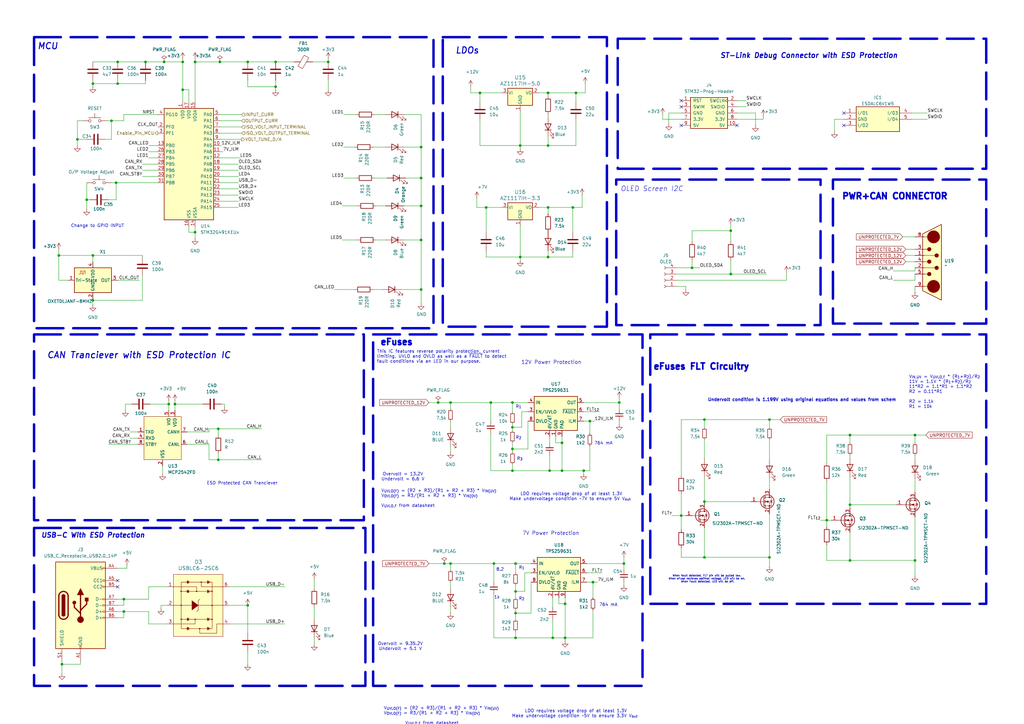
<source format=kicad_sch>
(kicad_sch (version 20231120) (generator "eeschema") (generator_version "8.0")
  (paper "A3")
  (title_block (title "Microcontroller") (rev "V1") (company "EcoCar") (comment 1 "Designed by: Nicholas semmens, Zeeshan Haque"))
  (lib_symbols
    (symbol "+5V_1" (power) (pin_numbers hide) (pin_names (offset 0) hide)
      (property "Value" "+5V" (at 0 3.556 0))
      (symbol "+5V_1_1_1"
        (pin power_in line (at 0 0 90) (length 0) (name "~") (number "1"))
      )
    )
    (symbol "+5V_2" (power) (pin_numbers hide) (pin_names (offset 0) hide)
      (property "Value" "+5V" (at 0 3.556 0))
      (symbol "+5V_2_1_1"
        (pin power_in line (at 0 0 90) (length 0) (name "~") (number "1"))
      )
    )
    (symbol "+5V_3" (power) (pin_numbers hide) (pin_names (offset 0) hide)
      (property "Value" "+5V" (at 0 3.556 0))
      (symbol "+5V_3_1_1"
        (pin power_in line (at 0 0 90) (length 0) (name "~") (number "1"))
      )
    )
    (symbol "Connector:Conn_01x04_Socket" (pin_names (offset 1.016) hide)
      (property "Reference" "J" (at 0 5.08 0))
      (property "Value" "Conn_01x04_Socket" (at 0 -7.62 0))
      (symbol "Conn_01x04_Socket_1_1"
        (pin passive line (at -5.08 2.54 0) (length 3.81) (name "Pin_1") (number "1"))
        (pin passive line (at -5.08 0 0) (length 3.81) (name "Pin_2") (number "2"))
        (pin passive line (at -5.08 -2.54 0) (length 3.81) (name "Pin_3") (number "3"))
        (pin passive line (at -5.08 -5.08 0) (length 3.81) (name "Pin_4") (number "4"))
      )
    )
    (symbol "Connector:USB_C_Receptacle_USB2.0_14P" (pin_names (offset 1.016))
      (property "Reference" "J" (at 0 22.225 0))
      (property "Value" "USB_C_Receptacle_USB2.0_14P" (at 0 19.685 0))
      (symbol "USB_C_Receptacle_USB2.0_14P_1_1"
        (pin passive line (at 0 -22.86 90) (length 5.08) (name "GND") (number "A1"))
        (pin passive line (at 0 -22.86 90) (length 5.08) hide (name "GND") (number "A12"))
        (pin passive line (at 15.24 15.24 180) (length 5.08) (name "VBUS") (number "A4"))
        (pin bidirectional line (at 15.24 10.16 180) (length 5.08) (name "CC1") (number "A5"))
        (pin bidirectional line (at 15.24 -2.54 180) (length 5.08) (name "D+") (number "A6"))
        (pin bidirectional line (at 15.24 2.54 180) (length 5.08) (name "D-") (number "A7"))
        (pin passive line (at 15.24 15.24 180) (length 5.08) hide (name "VBUS") (number "A9"))
        (pin passive line (at 0 -22.86 90) (length 5.08) hide (name "GND") (number "B1"))
        (pin passive line (at 0 -22.86 90) (length 5.08) hide (name "GND") (number "B12"))
        (pin passive line (at 15.24 15.24 180) (length 5.08) hide (name "VBUS") (number "B4"))
        (pin bidirectional line (at 15.24 7.62 180) (length 5.08) (name "CC2") (number "B5"))
        (pin bidirectional line (at 15.24 -5.08 180) (length 5.08) (name "D+") (number "B6"))
        (pin bidirectional line (at 15.24 0 180) (length 5.08) (name "D-") (number "B7"))
        (pin passive line (at 15.24 15.24 180) (length 5.08) hide (name "VBUS") (number "B9"))
        (pin passive line (at -7.62 -22.86 90) (length 5.08) (name "SHIELD") (number "S1"))
      )
    )
    (symbol "Device:C" (pin_numbers hide) (pin_names (offset 0.254))
      (property "Reference" "C" (at 0.635 2.54 0))
      (property "Value" "C" (at 0.635 -2.54 0))
      (symbol "C_1_1"
        (pin passive line (at 0 3.81 270) (length 2.794) (name "~") (number "1"))
        (pin passive line (at 0 -3.81 90) (length 2.794) (name "~") (number "2"))
      )
    )
    (symbol "Device:C_Small" (pin_numbers hide) (pin_names (offset 0.254) hide)
      (property "Reference" "C" (at 0.254 1.778 0))
      (property "Value" "C_Small" (at 0.254 -2.032 0))
      (symbol "C_Small_1_1"
        (pin passive line (at 0 2.54 270) (length 2.032) (name "~") (number "1"))
        (pin passive line (at 0 -2.54 90) (length 2.032) (name "~") (number "2"))
      )
    )
    (symbol "Device:FerriteBead" (pin_numbers hide) (pin_names (offset 0))
      (property "Reference" "FB" (at -3.81 0.635 90))
      (property "Value" "FerriteBead" (at 3.81 0 90))
      (symbol "FerriteBead_1_1"
        (pin passive line (at 0 3.81 270) (length 2.54) (name "~") (number "1"))
        (pin passive line (at 0 -3.81 90) (length 2.54) (name "~") (number "2"))
      )
    )
    (symbol "Device:LED" (pin_numbers hide) (pin_names (offset 1.016) hide)
      (property "Reference" "D" (at 0 2.54 0))
      (property "Value" "LED" (at 0 -2.54 0))
      (symbol "LED_1_1"
        (pin passive line (at -3.81 0 0) (length 2.54) (name "K") (number "1"))
        (pin passive line (at 3.81 0 180) (length 2.54) (name "A") (number "2"))
      )
    )
    (symbol "Device:Q_NMOS_GSD" (pin_names (offset 0) hide)
      (property "Reference" "Q" (at 5.08 1.27 0))
      (property "Value" "Q_NMOS_GSD" (at 5.08 -1.27 0))
      (symbol "Q_NMOS_GSD_1_1"
        (pin input line (at -5.08 0 0) (length 2.54) (name "G") (number "1"))
        (pin passive line (at 2.54 -5.08 90) (length 2.54) (name "S") (number "2"))
        (pin passive line (at 2.54 5.08 270) (length 2.54) (name "D") (number "3"))
      )
    )
    (symbol "Device:R" (pin_numbers hide) (pin_names (offset 0))
      (property "Reference" "R" (at 2.032 0 90))
      (property "Value" "R" (at 0 0 90))
      (symbol "R_1_1"
        (pin passive line (at 0 3.81 270) (length 1.27) (name "~") (number "1"))
        (pin passive line (at 0 -3.81 90) (length 1.27) (name "~") (number "2"))
      )
    )
    (symbol "Device:R_Small" (pin_numbers hide) (pin_names (offset 0.254) hide)
      (property "Reference" "R" (at 0.762 0.508 0))
      (property "Value" "R_Small" (at 0.762 -1.016 0))
      (symbol "R_Small_1_1"
        (pin passive line (at 0 2.54 270) (length 0.762) (name "~") (number "1"))
        (pin passive line (at 0 -2.54 90) (length 0.762) (name "~") (number "2"))
      )
    )
    (symbol "GND_1" (power) (pin_numbers hide) (pin_names (offset 0) hide)
      (property "Value" "GND" (at 0 -3.81 0))
      (symbol "GND_1_1_1"
        (pin power_in line (at 0 0 270) (length 0) (name "~") (number "1"))
      )
    )
    (symbol "GND_2" (power) (pin_numbers hide) (pin_names (offset 0) hide)
      (property "Value" "GND" (at 0 -3.81 0))
      (symbol "GND_2_1_1"
        (pin power_in line (at 0 0 270) (length 0) (name "~") (number "1"))
      )
    )
    (symbol "GND_3" (power) (pin_numbers hide) (pin_names (offset 0) hide)
      (property "Value" "GND" (at 0 -3.81 0))
      (symbol "GND_3_1_1"
        (pin power_in line (at 0 0 270) (length 0) (name "~") (number "1"))
      )
    )
    (symbol "GND_4" (power) (pin_numbers hide) (pin_names (offset 0) hide)
      (property "Value" "GND" (at 0 -3.81 0))
      (symbol "GND_4_1_1"
        (pin power_in line (at 0 0 270) (length 0) (name "~") (number "1"))
      )
    )
    (symbol "GND_5" (power) (pin_numbers hide) (pin_names (offset 0) hide)
      (property "Value" "GND" (at 0 -3.81 0))
      (symbol "GND_5_1_1"
        (pin power_in line (at 0 0 270) (length 0) (name "~") (number "1"))
      )
    )
    (symbol "GND_6" (power) (pin_numbers hide) (pin_names (offset 0) hide)
      (property "Value" "GND" (at 0 -3.81 0))
      (symbol "GND_6_1_1"
        (pin power_in line (at 0 0 270) (length 0) (name "~") (number "1"))
      )
    )
    (symbol "GND_9" (power) (pin_numbers hide) (pin_names (offset 0) hide)
      (property "Value" "GND" (at 0 -3.81 0))
      (symbol "GND_9_1_1"
        (pin power_in line (at 0 0 270) (length 0) (name "~") (number "1"))
      )
    )
    (symbol "MCU_ST_STM32G4:STM32G491KEUx"
      (property "Reference" "U" (at -10.16 24.13 0))
      (property "Value" "STM32G491KEUx" (at 5.08 24.13 0))
      (symbol "STM32G491KEUx_1_1"
        (pin power_in line (at -2.54 25.4 270) (length 2.54) (name "VDD") (number "1"))
        (pin bidirectional line (at 12.7 7.62 180) (length 2.54) (name "PA5") (number "10"))
        (pin bidirectional line (at 12.7 5.08 180) (length 2.54) (name "PA6") (number "11"))
        (pin bidirectional line (at 12.7 2.54 180) (length 2.54) (name "PA7") (number "12"))
        (pin bidirectional line (at -12.7 7.62 0) (length 2.54) (name "PB0") (number "13"))
        (pin power_in line (at 2.54 -25.4 90) (length 2.54) (name "VSSA") (number "14"))
        (pin power_in line (at 2.54 25.4 270) (length 2.54) (name "VDDA") (number "15"))
        (pin power_in line (at 0 -25.4 90) (length 2.54) (name "VSS") (number "16"))
        (pin power_in line (at 0 25.4 270) (length 2.54) (name "VDD") (number "17"))
        (pin bidirectional line (at 12.7 0 180) (length 2.54) (name "PA8") (number "18"))
        (pin bidirectional line (at 12.7 -2.54 180) (length 2.54) (name "PA9") (number "19"))
        (pin bidirectional line (at -12.7 15.24 0) (length 2.54) (name "PF0") (number "2"))
        (pin bidirectional line (at 12.7 -5.08 180) (length 2.54) (name "PA10") (number "20"))
        (pin bidirectional line (at 12.7 -7.62 180) (length 2.54) (name "PA11") (number "21"))
        (pin bidirectional line (at 12.7 -10.16 180) (length 2.54) (name "PA12") (number "22"))
        (pin bidirectional line (at 12.7 -12.7 180) (length 2.54) (name "PA13") (number "23"))
        (pin bidirectional line (at 12.7 -15.24 180) (length 2.54) (name "PA14") (number "24"))
        (pin bidirectional line (at 12.7 -17.78 180) (length 2.54) (name "PA15") (number "25"))
        (pin bidirectional line (at -12.7 5.08 0) (length 2.54) (name "PB3") (number "26"))
        (pin bidirectional line (at -12.7 2.54 0) (length 2.54) (name "PB4") (number "27"))
        (pin bidirectional line (at -12.7 0 0) (length 2.54) (name "PB5") (number "28"))
        (pin bidirectional line (at -12.7 -2.54 0) (length 2.54) (name "PB6") (number "29"))
        (pin bidirectional line (at -12.7 12.7 0) (length 2.54) (name "PF1") (number "3"))
        (pin bidirectional line (at -12.7 -5.08 0) (length 2.54) (name "PB7") (number "30"))
        (pin bidirectional line (at -12.7 -7.62 0) (length 2.54) (name "PB8") (number "31"))
        (pin passive line (at 0 -25.4 90) (length 2.54) hide (name "VSS") (number "32"))
        (pin passive line (at 0 -25.4 90) (length 2.54) hide (name "VSS") (number "33"))
        (pin bidirectional line (at -12.7 20.32 0) (length 2.54) (name "PG10") (number "4"))
        (pin bidirectional line (at 12.7 20.32 180) (length 2.54) (name "PA0") (number "5"))
        (pin bidirectional line (at 12.7 17.78 180) (length 2.54) (name "PA1") (number "6"))
        (pin bidirectional line (at 12.7 15.24 180) (length 2.54) (name "PA2") (number "7"))
        (pin bidirectional line (at 12.7 12.7 180) (length 2.54) (name "PA3") (number "8"))
        (pin bidirectional line (at 12.7 10.16 180) (length 2.54) (name "PA4") (number "9"))
      )
    )
    (symbol "RF_Parts:ESDALC6V1W5"
      (property "Reference" "IC" (at 24.13 7.62 0))
      (property "Value" "ESDALC6V1W5" (at 24.13 5.08 0))
      (symbol "ESDALC6V1W5_1_1"
        (pin passive line (at 0 0 0) (length 5.08) (name "I/01") (number "1"))
        (pin passive line (at 0 -2.54 0) (length 5.08) (name "GND") (number "2"))
        (pin passive line (at 0 -5.08 0) (length 5.08) (name "I/02") (number "3"))
        (pin passive line (at 27.94 0 180) (length 5.08) (name "I/03") (number "4"))
        (pin passive line (at 27.94 -2.54 180) (length 5.08) (name "I/04") (number "5"))
      )
    )
    (symbol "Switch:SW_Push" (pin_numbers hide) (pin_names (offset 1.016) hide)
      (property "Reference" "SW" (at 1.27 2.54 0))
      (property "Value" "SW_Push" (at 0 -1.524 0))
      (symbol "SW_Push_0_1"
        (pin passive line (at -5.08 0 0) (length 2.54) (name "1") (number "1"))
        (pin passive line (at 5.08 0 180) (length 2.54) (name "2") (number "2"))
      )
    )
    (symbol "dk_TVS-Diodes:USBLC6-2SC6" (pin_names (offset 1.016))
      (property "Reference" "D" (at -10.16 13.97 0))
      (property "Value" "USBLC6-2SC6" (at 0 -13.97 0))
      (symbol "USBLC6-2SC6_1_1"
        (pin input line (at -12.7 7.62 0) (length 2.54) (name "~") (number "1"))
        (pin power_in line (at -12.7 0 0) (length 2.54) (name "~") (number "2"))
        (pin input line (at -12.7 -7.62 0) (length 2.54) (name "~") (number "3"))
        (pin input line (at 12.7 -7.62 180) (length 2.54) (name "~") (number "4"))
        (pin output line (at 12.7 0 180) (length 2.54) (name "~") (number "5"))
        (pin input line (at 12.7 7.62 180) (length 2.54) (name "~") (number "6"))
      )
    )
    (symbol "ecocad_lib_symbols:AZ1117IH-3.3" (pin_names (offset 0.254))
      (property "Reference" "U6" (at 0 6.35 0))
      (property "Value" "AZ1117IH-3.3" (at 0 3.81 0))
      (symbol "AZ1117IH-3.3_1_1"
        (pin power_in line (at 0 -7.62 90) (length 2.54) (name "GND") (number "1"))
        (pin power_out line (at 7.62 0 180) (length 2.54) (name "VO") (number "2"))
        (pin power_in line (at -7.62 0 0) (length 2.54) (name "VI") (number "3"))
      )
    )
    (symbol "ecocad_lib_symbols:AZ1117IH-5.0" (pin_names (offset 0.254))
      (property "Reference" "U" (at 0 7.62 0))
      (property "Value" "AZ1117IH-5.0" (at 0 5.08 0))
      (symbol "AZ1117IH-5.0_1_1"
        (pin power_in line (at 0 -7.62 90) (length 2.54) (name "GND") (number "1"))
        (pin power_out line (at 7.62 0 180) (length 2.54) (name "VO") (number "2"))
        (pin power_in line (at -7.62 0 0) (length 2.54) (name "VI") (number "3"))
      )
    )
    (symbol "ecocad_lib_symbols:DB7W2-Male"
      (property "Reference" "U" (at 5.08 17.145 0))
      (property "Value" "Male Conn" (at 8.128 14.986 0))
      (property "Footprint" "ecocad_lib_footprints:DB7W2-Male" (at 0 0 0))
      (symbol "DB7W2-Male_1_1"
        (pin passive line (at 7.62 -2.54 180) (length 3.81) (name "") (number "1"))
        (pin passive line (at 7.62 2.54 180) (length 3.81) (name "") (number "2"))
        (pin passive line (at 7.62 -5.08 180) (length 3.81) (name "") (number "3"))
        (pin passive line (at 7.62 0 180) (length 3.81) (name "") (number "4"))
        (pin passive line (at 7.62 5.08 180) (length 3.81) (name "") (number "5"))
        (pin passive line (at 7.62 -10.16 180) (length 3.81) (name "") (number "8"))
        (pin passive line (at 7.62 10.16 180) (length 3.81) (name "") (number "9"))
      )
    )
    (symbol "ecocad_lib_symbols:MCP2542FD"
      (property "Reference" "U" (at -11.43 3.81 0))
      (property "Value" "MCP2542FD" (at -6.35 1.27 0))
      (symbol "MCP2542FD_0_0"
        (pin passive line (at -10.16 -6.35 0) (length 2.54) (name "TXD") (number "1"))
        (pin passive line (at 0 -20.32 90) (length 2.54) (name "VSS") (number "2"))
        (pin passive line (at 5.08 2.54 270) (length 2.54) (name "VDD") (number "3"))
        (pin passive line (at -10.16 -8.89 0) (length 2.54) (name "RXD") (number "4"))
        (pin passive line (at 2.54 2.54 270) (length 2.54) (name "VIO") (number "5"))
        (pin passive line (at 10.16 -11.43 180) (length 2.54) (name "CANL") (number "6"))
        (pin passive line (at 10.16 -6.35 180) (length 2.54) (name "CANH") (number "7"))
        (pin passive line (at -10.16 -11.43 0) (length 2.54) (name "STBY") (number "8"))
      )
    )
    (symbol "ecocad_lib_symbols:OXETDLJANF-8MHZ"
      (property "Reference" "X" (at -7.62 6.35 0))
      (property "Value" "OXETDLJANF-8MHZ " (at 1.27 -6.35 0))
      (symbol "OXETDLJANF-8MHZ_1_1"
        (pin input line (at -10.16 0 0) (length 2.54) (name "Tri-State") (number "1"))
        (pin power_in line (at 0 -7.62 90) (length 2.54) (name "GND") (number "2"))
        (pin output line (at 10.16 0 180) (length 2.54) (name "OUT") (number "3"))
        (pin power_in line (at 0 7.62 270) (length 2.54) (name "VDD") (number "4"))
      )
    )
    (symbol "ecocad_lib_symbols:STM32-Prog-Header" (pin_names (offset 1.016))
      (property "Reference" "J" (at -9.144 10.668 0))
      (property "Value" "STM32-Prog-Header" (at 0.254 8.636 0))
      (symbol "STM32-Prog-Header_1_1"
        (pin passive line (at -11.43 5.08 0) (length 3.81) (name "RST") (number "1"))
        (pin passive line (at 11.43 -5.08 180) (length 3.81) (name "5V") (number "10"))
        (pin passive clock (at 11.43 5.08 180) (length 3.81) (name "SWCLK") (number "2"))
        (pin passive line (at -11.43 2.54 0) (length 3.81) (name "SWIM") (number "3"))
        (pin passive line (at 11.43 2.54 180) (length 3.81) (name "SWDIO") (number "4"))
        (pin passive line (at -11.43 0 0) (length 3.81) (name "GND") (number "5"))
        (pin passive line (at 11.43 0 180) (length 3.81) (name "GND") (number "6"))
        (pin passive line (at -11.43 -2.54 0) (length 3.81) (name "3.3V") (number "7"))
        (pin passive line (at 11.43 -2.54 180) (length 3.81) (name "3.3V") (number "8"))
        (pin passive line (at -11.43 -5.08 0) (length 3.81) (name "5V") (number "9"))
      )
    )
    (symbol "ecocad_lib_symbols:TPS259631"
      (property "Reference" "U" (at 0 11.43 0))
      (property "Value" "TPS259631" (at 0 8.89 0))
      (symbol "TPS259631_1_1"
        (pin power_in line (at 0 -10.16 90) (length 2.54) (name "GND") (number "1"))
        (pin input line (at -2.54 -10.16 90) (length 2.54) (name "dV/dT") (number "2"))
        (pin input line (at -11.43 0 0) (length 2.54) (name "EN/UVLO") (number "3"))
        (pin power_in line (at -11.43 3.81 0) (length 2.54) (name "IN") (number "4"))
        (pin power_out line (at 11.43 3.81 180) (length 2.54) (name "OUT") (number "5"))
        (pin output line (at 11.43 0 180) (length 2.54) (name "~{FAULT}") (number "6"))
        (pin input line (at 11.43 -3.81 180) (length 2.54) (name "ILM") (number "7"))
        (pin input line (at -11.43 -3.81 0) (length 2.54) (name "OVLO") (number "8"))
        (pin input line (at 2.54 -10.16 90) (length 2.54) (name "PAD") (number "9"))
      )
    )
    (symbol "power:+12V" (power) (pin_names (offset 0))
      (property "Value" "+12V" (at 0 3.556 0))
      (symbol "+12V_1_1"
        (pin power_in line (at 0 0 90) (length 0) hide (name "+12V") (number "1"))
      )
    )
    (symbol "power:+3V3" (power) (pin_names (offset 0))
      (property "Value" "+3V3" (at 0 3.556 0))
      (symbol "+3V3_1_1"
        (pin power_in line (at 0 0 90) (length 0) hide (name "+3V3") (number "1"))
      )
    )
    (symbol "power:+5V" (power) (pin_names (offset 0))
      (property "Value" "+5V" (at 0 3.556 0))
      (symbol "+5V_1_1"
        (pin power_in line (at 0 0 90) (length 0) hide (name "+5V") (number "1"))
      )
    )
    (symbol "power:GND" (power) (pin_names (offset 0))
      (property "Value" "GND" (at 0 -3.81 0))
      (symbol "GND_1_1"
        (pin power_in line (at 0 0 270) (length 0) hide (name "GND") (number "1"))
      )
    )
    (symbol "power:PWR_FLAG" (power) (pin_numbers hide) (pin_names (offset 0) hide)
      (property "Value" "PWR_FLAG" (at 0 3.81 0))
      (symbol "PWR_FLAG_0_0"
        (pin power_out line (at 0 0 90) (length 0) (name "~") (number "1"))
      )
    )
    (symbol "power:VD" (power) (pin_numbers hide) (pin_names (offset 0) hide)
      (property "Value" "VD" (at 0 3.556 0))
      (symbol "VD_1_1"
        (pin power_in line (at 0 0 90) (length 0) (name "~") (number "1"))
      )
    )
  )
  (junction (at 234.95 85.09))
  (junction (at 113.03 35.56))
  (junction (at 74.93 25.4))
  (junction (at 339.09 213.36))
  (junction (at 224.79 85.09))
  (junction (at 348.615 229.87))
  (junction (at 196.85 38.1))
  (junction (at 45.72 49.53))
  (junction (at 74.93 36.83))
  (junction (at 230.505 193.04))
  (junction (at 231.775 247.65))
  (junction (at 348.615 178.435))
  (junction (at 48.26 34.29))
  (junction (at 50.8 245.745))
  (junction (at 59.69 25.4))
  (junction (at 283.845 109.855))
  (junction (at 255.905 231.14))
  (junction (at 375.285 178.435))
  (junction (at 201.295 165.1))
  (junction (at 38.1 123.19))
  (junction (at 230.505 181.61))
  (junction (at 69.215 165.735))
  (junction (at 348.615 207.01))
  (junction (at 224.79 59.69))
  (junction (at 315.595 172.085))
  (junction (at 35.56 81.915))
  (junction (at 224.79 105.41))
  (junction (at 184.785 165.1))
  (junction (at 31.75 57.15))
  (junction (at 279.4 211.455))
  (junction (at 172.72 73.025))
  (junction (at 299.72 94.615))
  (junction (at 179.705 165.1))
  (junction (at 172.72 118.745))
  (junction (at 211.455 231.14))
  (junction (at 172.72 98.425))
  (junction (at 210.185 184.15))
  (junction (at 315.595 228.6))
  (junction (at 80.01 25.4))
  (junction (at 113.03 25.4))
  (junction (at 375.285 229.87))
  (junction (at 236.22 38.1))
  (junction (at 89.535 175.895))
  (junction (at 71.755 165.735))
  (junction (at 210.185 193.04))
  (junction (at 241.935 172.72))
  (junction (at 172.72 60.325))
  (junction (at 101.6 25.4))
  (junction (at 211.455 242.57))
  (junction (at 211.455 251.46))
  (junction (at 182.245 231.14))
  (junction (at 231.775 261.62))
  (junction (at 202.565 231.14))
  (junction (at 299.72 112.395))
  (junction (at 172.72 84.455))
  (junction (at 239.395 193.04))
  (junction (at 25.4 272.415))
  (junction (at 288.925 172.085))
  (junction (at 225.425 193.04))
  (junction (at 38.1 34.29))
  (junction (at 89.535 188.595))
  (junction (at 226.695 261.62))
  (junction (at 210.185 165.1))
  (junction (at 48.26 25.4))
  (junction (at 288.925 228.6))
  (junction (at 50.8 250.825))
  (junction (at 134.62 25.4))
  (junction (at 199.39 85.09))
  (junction (at 213.36 105.41))
  (junction (at 90.17 25.4))
  (junction (at 184.785 231.14))
  (junction (at 243.205 238.76))
  (junction (at 288.925 205.74))
  (junction (at 213.36 59.69))
  (junction (at 80.01 95.25))
  (junction (at 254 165.1))
  (junction (at 38.1 104.775))
  (junction (at 47.625 74.93))
  (junction (at 67.31 25.4))
  (junction (at 210.185 175.26))
  (junction (at 101.6 248.285))
  (junction (at 211.455 261.62))
  (junction (at 224.79 38.1))
  (junction (at 24.13 104.775))
  (no_connect (at 279.4 43.815))
  (no_connect (at 346.075 46.355))
  (no_connect (at 48.26 240.665))
  (no_connect (at 279.4 41.275))
  (no_connect (at 279.4 51.435))
  (no_connect (at 302.26 51.435))
  (no_connect (at 346.075 51.435))
  (no_connect (at 48.26 238.125))
  (wire (pts (xy 299.72 106.68) (xy 299.72 112.395)))
  (wire (pts (xy 74.93 24.13) (xy 74.93 25.4)))
  (wire (pts (xy 201.295 177.8) (xy 201.295 193.04)))
  (wire (pts (xy 71.755 165.735) (xy 71.755 168.275)))
  (wire (pts (xy 48.26 34.29) (xy 59.69 34.29)))
  (wire (pts (xy 211.455 261.62) (xy 226.695 261.62)))
  (wire (pts (xy 31.75 57.15) (xy 31.75 59.69)))
  (wire (pts (xy 279.4 202.565) (xy 279.4 211.455)))
  (wire (pts (xy 184.785 238.76) (xy 184.785 241.3)))
  (wire (pts (xy 90.805 59.69) (xy 90.17 59.69)))
  (wire (pts (xy 74.93 36.83) (xy 77.47 36.83)))
  (wire (pts (xy 216.535 168.91) (xy 213.995 168.91)))
  (wire (pts (xy 196.85 49.53) (xy 196.85 59.69)))
  (wire (pts (xy 375.285 111.125) (xy 375.285 109.855)))
  (wire (pts (xy 226.695 254) (xy 226.695 261.62)))
  (wire (pts (xy 199.39 102.87) (xy 199.39 105.41)))
  (wire (pts (xy 279.4 211.455) (xy 281.305 211.455)))
  (wire (pts (xy 224.79 55.88) (xy 224.79 59.69)))
  (wire (pts (xy 279.4 48.895) (xy 271.78 48.895)))
  (wire (pts (xy 315.595 172.085) (xy 320.04 172.085)))
  (wire (pts (xy 288.925 172.085) (xy 315.595 172.085)))
  (wire (pts (xy 283.845 99.06) (xy 283.845 94.615)))
  (wire (pts (xy 348.615 178.435) (xy 375.285 178.435)))
  (wire (pts (xy 80.01 25.4) (xy 80.01 41.91)))
  (wire (pts (xy 24.13 104.775) (xy 38.1 104.775)))
  (wire (pts (xy 231.775 247.65) (xy 231.775 261.62)))
  (wire (pts (xy 53.34 179.705) (xy 56.515 179.705)))
  (wire (pts (xy 375.285 114.935) (xy 375.285 112.395)))
  (wire (pts (xy 306.07 43.815) (xy 302.26 43.815)))
  (wire (pts (xy 288.925 216.535) (xy 288.925 228.6)))
  (wire (pts (xy 182.245 231.14) (xy 184.785 231.14)))
  (wire (pts (xy 58.42 105.41) (xy 58.42 104.775)))
  (wire (pts (xy 154.305 84.455) (xy 158.115 84.455)))
  (wire (pts (xy 201.295 193.04) (xy 210.185 193.04)))
  (wire (pts (xy 172.72 118.745) (xy 172.72 98.425)))
  (wire (pts (xy 241.935 172.72) (xy 241.935 177.8)))
  (wire (pts (xy 97.79 77.47) (xy 90.17 77.47)))
  (wire (pts (xy 89.535 186.055) (xy 89.535 188.595)))
  (wire (pts (xy 210.185 175.26) (xy 210.185 176.53)))
  (wire (pts (xy 101.6 35.56) (xy 113.03 35.56)))
  (wire (pts (xy 211.455 240.03) (xy 211.455 242.57)))
  (wire (pts (xy 99.06 52.07) (xy 90.17 52.07)))
  (wire (pts (xy 140.97 46.99) (xy 146.05 46.99)))
  (wire (pts (xy 80.01 24.13) (xy 80.01 25.4)))
  (wire (pts (xy 50.8 248.285) (xy 50.8 245.745)))
  (wire (pts (xy 348.615 218.44) (xy 348.615 229.87)))
  (wire (pts (xy 299.72 94.615) (xy 299.72 99.06)))
  (wire (pts (xy 184.785 172.72) (xy 184.785 175.26)))
  (wire (pts (xy 153.035 118.745) (xy 156.845 118.745)))
  (wire (pts (xy 85.725 177.165) (xy 76.835 177.165)))
  (wire (pts (xy 375.285 229.87) (xy 375.285 236.22)))
  (wire (pts (xy 342.265 48.895) (xy 346.075 48.895)))
  (wire (pts (xy 371.475 102.235) (xy 375.285 102.235)))
  (wire (pts (xy 224.79 38.1) (xy 224.79 39.37)))
  (wire (pts (xy 374.015 46.355) (xy 380.365 46.355)))
  (wire (pts (xy 234.95 85.09) (xy 224.79 85.09)))
  (wire (pts (xy 255.905 231.14) (xy 255.905 233.68)))
  (wire (pts (xy 339.09 229.87) (xy 348.615 229.87)))
  (wire (pts (xy 90.17 69.85) (xy 97.79 69.85)))
  (wire (pts (xy 77.47 92.71) (xy 77.47 95.25)))
  (wire (pts (xy 69.215 165.735) (xy 69.215 168.275)))
  (wire (pts (xy 243.205 250.19) (xy 243.205 261.62)))
  (wire (pts (xy 211.455 259.08) (xy 211.455 261.62)))
  (wire (pts (xy 271.78 48.895) (xy 271.78 46.99)))
  (wire (pts (xy 255.905 240.03) (xy 255.905 238.76)))
  (wire (pts (xy 213.36 105.41) (xy 213.36 106.68)))
  (wire (pts (xy 58.42 113.03) (xy 58.42 123.19)))
  (wire (pts (xy 238.76 80.01) (xy 238.76 85.09)))
  (wire (pts (xy 58.42 104.775) (xy 38.1 104.775)))
  (wire (pts (xy 287.02 109.855) (xy 283.845 109.855)))
  (wire (pts (xy 45.72 57.15) (xy 43.18 57.15)))
  (wire (pts (xy 48.26 253.365) (xy 50.8 253.365)))
  (wire (pts (xy 240.665 234.95) (xy 247.015 234.95)))
  (wire (pts (xy 299.72 112.395) (xy 277.495 112.395)))
  (wire (pts (xy 101.6 25.4) (xy 113.03 25.4)))
  (wire (pts (xy 196.85 59.69) (xy 213.36 59.69)))
  (wire (pts (xy 48.26 250.825) (xy 50.8 250.825)))
  (wire (pts (xy 240.03 34.29) (xy 240.03 38.1)))
  (wire (pts (xy 165.735 84.455) (xy 172.72 84.455)))
  (wire (pts (xy 50.8 46.99) (xy 50.8 49.53)))
  (wire (pts (xy 199.39 85.09) (xy 199.39 95.25)))
  (wire (pts (xy 238.76 85.09) (xy 234.95 85.09)))
  (wire (pts (xy 48.26 245.745) (xy 50.8 245.745)))
  (wire (pts (xy 38.1 104.775) (xy 38.1 107.315)))
  (wire (pts (xy 348.615 195.58) (xy 348.615 207.01)))
  (wire (pts (xy 80.01 25.4) (xy 90.17 25.4)))
  (wire (pts (xy 93.98 248.285) (xy 101.6 248.285)))
  (wire (pts (xy 348.615 178.435) (xy 348.615 181.61)))
  (wire (pts (xy 224.79 46.99) (xy 224.79 48.26)))
  (wire (pts (xy 211.455 250.19) (xy 211.455 251.46)))
  (wire (pts (xy 196.85 38.1) (xy 205.74 38.1)))
  (wire (pts (xy 239.395 193.04) (xy 241.935 193.04)))
  (wire (pts (xy 315.595 175.26) (xy 315.595 172.085)))
  (wire (pts (xy 279.4 211.455) (xy 279.4 217.17)))
  (wire (pts (xy 366.395 114.935) (xy 375.285 114.935)))
  (wire (pts (xy 217.805 251.46) (xy 211.455 251.46)))
  (wire (pts (xy 342.265 48.895) (xy 342.265 53.975)))
  (wire (pts (xy 91.44 62.23) (xy 90.17 62.23)))
  (wire (pts (xy 243.205 238.76) (xy 245.11 238.76)))
  (wire (pts (xy 288.925 195.58) (xy 288.925 205.74)))
  (wire (pts (xy 33.02 271.145) (xy 33.02 272.415)))
  (wire (pts (xy 99.06 49.53) (xy 90.17 49.53)))
  (wire (pts (xy 71.755 164.465) (xy 71.755 165.735)))
  (wire (pts (xy 241.935 182.88) (xy 241.935 193.04)))
  (wire (pts (xy 279.4 228.6) (xy 288.925 228.6)))
  (wire (pts (xy 213.36 92.71) (xy 213.36 105.41)))
  (wire (pts (xy 27.94 114.935) (xy 24.13 114.935)))
  (wire (pts (xy 60.96 59.69) (xy 64.77 59.69)))
  (wire (pts (xy 254 163.195) (xy 254 165.1)))
  (wire (pts (xy 38.1 34.29) (xy 48.26 34.29)))
  (wire (pts (xy 48.26 248.285) (xy 50.8 248.285)))
  (wire (pts (xy 213.36 59.69) (xy 213.36 60.96)))
  (wire (pts (xy 113.03 25.4) (xy 120.65 25.4)))
  (wire (pts (xy 57.15 114.935) (xy 48.26 114.935)))
  (wire (pts (xy 236.22 49.53) (xy 236.22 59.69)))
  (wire (pts (xy 339.09 223.52) (xy 339.09 229.87)))
  (wire (pts (xy 275.59 211.455) (xy 279.4 211.455)))
  (wire (pts (xy 226.695 245.11) (xy 226.695 248.92)))
  (wire (pts (xy 51.435 165.735) (xy 53.975 165.735)))
  (wire (pts (xy 231.775 261.62) (xy 243.205 261.62)))
  (wire (pts (xy 74.93 36.83) (xy 74.93 41.91)))
  (wire (pts (xy 288.925 205.74) (xy 307.975 205.74)))
  (wire (pts (xy 283.845 106.68) (xy 283.845 109.855)))
  (wire (pts (xy 211.455 251.46) (xy 211.455 254)))
  (wire (pts (xy 231.775 261.62) (xy 231.775 262.89)))
  (wire (pts (xy 279.4 46.355) (xy 274.32 46.355)))
  (wire (pts (xy 375.285 196.215) (xy 375.285 201.93)))
  (wire (pts (xy 140.97 73.025) (xy 146.05 73.025)))
  (wire (pts (xy 224.79 102.87) (xy 224.79 105.41)))
  (wire (pts (xy 172.72 98.425) (xy 172.72 84.455)))
  (wire (pts (xy 211.455 242.57) (xy 211.455 245.11)))
  (wire (pts (xy 25.4 271.145) (xy 25.4 272.415)))
  (wire (pts (xy 339.09 189.865) (xy 339.09 178.435)))
  (wire (pts (xy 213.995 175.26) (xy 210.185 175.26)))
  (wire (pts (xy 85.725 182.245) (xy 85.725 188.595)))
  (wire (pts (xy 216.535 184.15) (xy 210.185 184.15)))
  (wire (pts (xy 50.8 46.99) (xy 64.77 46.99)))
  (wire (pts (xy 210.185 193.04) (xy 225.425 193.04)))
  (wire (pts (xy 24.13 102.235) (xy 24.13 104.775)))
  (wire (pts (xy 33.782 49.53) (xy 31.75 49.53)))
  (wire (pts (xy 85.725 182.245) (xy 76.835 182.245)))
  (wire (pts (xy 35.56 74.93) (xy 35.56 81.915)))
  (wire (pts (xy 154.305 98.425) (xy 158.115 98.425)))
  (wire (pts (xy 90.805 165.735) (xy 92.075 165.735)))
  (wire (pts (xy 226.695 261.62) (xy 231.775 261.62)))
  (wire (pts (xy 45.72 49.53) (xy 50.8 49.53)))
  (wire (pts (xy 92.075 165.735) (xy 92.075 167.005)))
  (wire (pts (xy 45.72 49.53) (xy 45.72 57.15)))
  (wire (pts (xy 202.565 243.84) (xy 202.565 261.62)))
  (wire (pts (xy 60.96 255.905) (xy 68.58 255.905)))
  (wire (pts (xy 172.72 124.46) (xy 172.72 118.745)))
  (wire (pts (xy 58.42 72.39) (xy 64.77 72.39)))
  (wire (pts (xy 53.34 177.165) (xy 56.515 177.165)))
  (wire (pts (xy 196.85 38.1) (xy 196.85 41.91)))
  (wire (pts (xy 211.455 231.14) (xy 211.455 234.95)))
  (wire (pts (xy 128.905 237.49) (xy 128.905 241.3)))
  (wire (pts (xy 113.03 33.02) (xy 113.03 35.56)))
  (wire (pts (xy 230.505 193.04) (xy 239.395 193.04)))
  (wire (pts (xy 47.625 74.93) (xy 64.77 74.93)))
  (wire (pts (xy 229.235 245.11) (xy 229.235 247.65)))
  (wire (pts (xy 339.09 197.485) (xy 339.09 213.36)))
  (wire (pts (xy 199.39 85.09) (xy 205.74 85.09)))
  (wire (pts (xy 374.015 48.895) (xy 380.365 48.895)))
  (wire (pts (xy 254 167.64) (xy 254 165.1)))
  (wire (pts (xy 239.395 165.1) (xy 254 165.1)))
  (wire (pts (xy 38.1 33.02) (xy 38.1 34.29)))
  (wire (pts (xy 241.935 172.72) (xy 243.84 172.72)))
  (wire (pts (xy 366.395 111.125) (xy 375.285 111.125)))
  (wire (pts (xy 35.56 81.915) (xy 35.56 85.725)))
  (wire (pts (xy 236.22 38.1) (xy 236.22 41.91)))
  (wire (pts (xy 140.97 60.325) (xy 145.415 60.325)))
  (wire (pts (xy 239.395 193.04) (xy 239.395 194.31)))
  (wire (pts (xy 302.26 48.895) (xy 313.055 48.895)))
  (wire (pts (xy 128.27 25.4) (xy 134.62 25.4)))
  (wire (pts (xy 101.6 248.285) (xy 101.6 259.715)))
  (wire (pts (xy 202.565 231.14) (xy 211.455 231.14)))
  (wire (pts (xy 193.04 38.1) (xy 196.85 38.1)))
  (wire (pts (xy 35.56 81.915) (xy 36.83 81.915)))
  (wire (pts (xy 224.79 85.09) (xy 224.79 87.63)))
  (wire (pts (xy 236.22 59.69) (xy 224.79 59.69)))
  (wire (pts (xy 229.235 247.65) (xy 231.775 247.65)))
  (wire (pts (xy 230.505 181.61) (xy 230.505 179.07)))
  (wire (pts (xy 224.79 85.09) (xy 220.98 85.09)))
  (wire (pts (xy 302.26 46.355) (xy 309.88 46.355)))
  (wire (pts (xy 202.565 231.14) (xy 202.565 238.76)))
  (wire (pts (xy 107.315 175.895) (xy 89.535 175.895)))
  (wire (pts (xy 50.8 245.745) (xy 60.96 245.745)))
  (wire (pts (xy 215.265 234.95) (xy 215.265 242.57)))
  (wire (pts (xy 97.79 74.93) (xy 90.17 74.93)))
  (wire (pts (xy 236.22 38.1) (xy 224.79 38.1)))
  (wire (pts (xy 59.69 34.29) (xy 59.69 33.02)))
  (wire (pts (xy 38.1 25.4) (xy 48.26 25.4)))
  (wire (pts (xy 89.535 175.895) (xy 85.725 175.895)))
  (wire (pts (xy 375.285 117.475) (xy 375.285 120.015)))
  (wire (pts (xy 201.295 165.1) (xy 210.185 165.1)))
  (wire (pts (xy 274.32 46.355) (xy 274.32 50.8)))
  (wire (pts (xy 184.785 248.92) (xy 184.785 251.46)))
  (wire (pts (xy 128.905 248.92) (xy 128.905 254)))
  (wire (pts (xy 288.925 228.6) (xy 315.595 228.6)))
  (wire (pts (xy 51.435 168.275) (xy 51.435 165.735)))
  (wire (pts (xy 288.925 172.085) (xy 288.925 175.26)))
  (wire (pts (xy 217.805 238.76) (xy 217.805 251.46)))
  (wire (pts (xy 35.56 57.15) (xy 31.75 57.15)))
  (wire (pts (xy 97.79 67.31) (xy 90.17 67.31)))
  (wire (pts (xy 38.1 123.19) (xy 38.1 125.095)))
  (wire (pts (xy 315.595 196.215) (xy 315.595 200.66)))
  (wire (pts (xy 230.505 181.61) (xy 230.505 193.04)))
  (wire (pts (xy 277.495 114.935) (xy 322.58 114.935)))
  (wire (pts (xy 101.6 33.02) (xy 101.6 35.56)))
  (wire (pts (xy 370.205 97.155) (xy 375.285 97.155)))
  (wire (pts (xy 184.785 231.14) (xy 202.565 231.14)))
  (wire (pts (xy 193.04 38.1) (xy 193.04 35.56)))
  (wire (pts (xy 164.465 118.745) (xy 172.72 118.745)))
  (wire (pts (xy 348.615 207.01) (xy 367.665 207.01)))
  (wire (pts (xy 165.735 46.99) (xy 172.72 46.99)))
  (wire (pts (xy 153.67 46.99) (xy 158.115 46.99)))
  (wire (pts (xy 99.06 46.99) (xy 90.17 46.99)))
  (wire (pts (xy 224.79 59.69) (xy 213.36 59.69)))
  (wire (pts (xy 239.395 168.91) (xy 245.745 168.91)))
  (wire (pts (xy 97.79 82.55) (xy 90.17 82.55)))
  (wire (pts (xy 113.03 35.56) (xy 113.03 36.83)))
  (wire (pts (xy 348.615 208.28) (xy 348.615 207.01)))
  (wire (pts (xy 172.72 73.025) (xy 166.37 73.025)))
  (wire (pts (xy 66.04 248.285) (xy 66.04 249.555)))
  (wire (pts (xy 240.03 38.1) (xy 236.22 38.1)))
  (wire (pts (xy 99.06 54.61) (xy 90.17 54.61)))
  (wire (pts (xy 234.95 85.09) (xy 234.95 95.25)))
  (wire (pts (xy 44.45 182.245) (xy 56.515 182.245)))
  (wire (pts (xy 283.845 109.855) (xy 277.495 109.855)))
  (wire (pts (xy 224.79 105.41) (xy 213.36 105.41)))
  (wire (pts (xy 288.925 180.34) (xy 288.925 187.96)))
  (wire (pts (xy 375.285 212.09) (xy 375.285 229.87)))
  (wire (pts (xy 371.475 104.775) (xy 375.285 104.775)))
  (wire (pts (xy 58.42 69.85) (xy 64.77 69.85)))
  (wire (pts (xy 255.905 228.6) (xy 255.905 231.14)))
  (wire (pts (xy 68.58 248.285) (xy 66.04 248.285)))
  (wire (pts (xy 80.01 95.25) (xy 80.01 97.79)))
  (wire (pts (xy 69.215 164.465) (xy 69.215 165.735)))
  (wire (pts (xy 254 173.99) (xy 254 172.72)))
  (wire (pts (xy 60.96 250.825) (xy 60.96 255.905)))
  (wire (pts (xy 322.58 111.76) (xy 322.58 114.935)))
  (wire (pts (xy 60.96 62.23) (xy 64.77 62.23)))
  (wire (pts (xy 83.185 165.735) (xy 71.755 165.735)))
  (wire (pts (xy 339.09 213.36) (xy 339.09 215.9)))
  (wire (pts (xy 243.205 238.76) (xy 243.205 245.11)))
  (wire (pts (xy 89.535 175.895) (xy 89.535 178.435)))
  (wire (pts (xy 47.625 81.915) (xy 47.625 74.93)))
  (wire (pts (xy 45.72 74.93) (xy 47.625 74.93)))
  (wire (pts (xy 74.93 25.4) (xy 74.93 36.83)))
  (wire (pts (xy 234.95 105.41) (xy 224.79 105.41)))
  (wire (pts (xy 279.4 194.945) (xy 279.4 172.085)))
  (wire (pts (xy 38.1 122.555) (xy 38.1 123.19)))
  (wire (pts (xy 306.07 41.275) (xy 302.26 41.275)))
  (wire (pts (xy 90.17 64.77) (xy 98.425 64.77)))
  (wire (pts (xy 227.965 179.07) (xy 227.965 181.61)))
  (wire (pts (xy 225.425 186.69) (xy 225.425 193.04)))
  (wire (pts (xy 59.69 25.4) (xy 67.31 25.4)))
  (wire (pts (xy 210.185 165.1) (xy 210.185 168.91)))
  (wire (pts (xy 210.185 184.15) (xy 210.185 185.42)))
  (wire (pts (xy 315.595 232.41) (xy 315.595 228.6)))
  (wire (pts (xy 281.305 118.745) (xy 281.305 117.475)))
  (wire (pts (xy 315.595 180.34) (xy 315.595 188.595)))
  (wire (pts (xy 281.305 117.475) (xy 277.495 117.475)))
  (wire (pts (xy 210.185 190.5) (xy 210.185 193.04)))
  (wire (pts (xy 213.36 45.72) (xy 213.36 59.69)))
  (wire (pts (xy 48.26 25.4) (xy 59.69 25.4)))
  (wire (pts (xy 283.845 94.615) (xy 299.72 94.615)))
  (wire (pts (xy 210.185 181.61) (xy 210.185 184.15)))
  (wire (pts (xy 48.26 233.045) (xy 52.07 233.045)))
  (wire (pts (xy 153.035 60.325) (xy 158.115 60.325)))
  (wire (pts (xy 60.96 240.665) (xy 68.58 240.665)))
  (wire (pts (xy 48.26 33.02) (xy 48.26 34.29)))
  (wire (pts (xy 134.62 33.02) (xy 134.62 36.83)))
  (wire (pts (xy 85.725 175.895) (xy 85.725 177.165)))
  (wire (pts (xy 279.4 172.085) (xy 288.925 172.085)))
  (wire (pts (xy 225.425 179.07) (xy 225.425 181.61)))
  (wire (pts (xy 195.58 85.09) (xy 199.39 85.09)))
  (wire (pts (xy 50.8 253.365) (xy 50.8 250.825)))
  (wire (pts (xy 97.79 80.01) (xy 90.17 80.01)))
  (wire (pts (xy 58.42 67.31) (xy 64.77 67.31)))
  (wire (pts (xy 172.72 73.025) (xy 172.72 84.455)))
  (wire (pts (xy 140.335 84.455) (xy 146.685 84.455)))
  (wire (pts (xy 201.295 165.1) (xy 201.295 172.72)))
  (wire (pts (xy 184.785 165.1) (xy 184.785 167.64)))
  (wire (pts (xy 140.335 98.425) (xy 146.685 98.425)))
  (wire (pts (xy 77.47 95.25) (xy 80.01 95.25)))
  (wire (pts (xy 227.965 181.61) (xy 230.505 181.61)))
  (wire (pts (xy 314.325 112.395) (xy 299.72 112.395)))
  (wire (pts (xy 375.285 178.435) (xy 379.73 178.435)))
  (wire (pts (xy 216.535 172.72) (xy 216.535 184.15)))
  (wire (pts (xy 24.13 104.775) (xy 24.13 114.935)))
  (wire (pts (xy 313.055 48.895) (xy 313.055 47.625)))
  (wire (pts (xy 93.98 255.905) (xy 116.84 255.905)))
  (wire (pts (xy 179.705 165.1) (xy 184.785 165.1)))
  (wire (pts (xy 69.215 165.735) (xy 61.595 165.735)))
  (wire (pts (xy 339.09 178.435) (xy 348.615 178.435)))
  (wire (pts (xy 85.725 188.595) (xy 89.535 188.595)))
  (wire (pts (xy 184.785 165.1) (xy 201.295 165.1)))
  (wire (pts (xy 66.675 191.135) (xy 66.675 194.31)))
  (wire (pts (xy 315.595 210.82) (xy 315.595 228.6)))
  (wire (pts (xy 234.95 105.41) (xy 234.95 102.87)))
  (wire (pts (xy 339.09 213.36) (xy 340.995 213.36)))
  (wire (pts (xy 371.475 107.315) (xy 375.285 107.315)))
  (wire (pts (xy 336.55 213.36) (xy 339.09 213.36)))
  (wire (pts (xy 279.4 224.79) (xy 279.4 228.6)))
  (wire (pts (xy 309.88 46.355) (xy 309.88 51.435)))
  (wire (pts (xy 90.17 57.15) (xy 99.06 57.15)))
  (wire (pts (xy 77.47 36.83) (xy 77.47 41.91)))
  (wire (pts (xy 375.285 186.69) (xy 375.285 188.595)))
  (wire (pts (xy 90.17 25.4) (xy 101.6 25.4)))
  (wire (pts (xy 172.72 73.025) (xy 172.72 60.325)))
  (wire (pts (xy 165.735 60.325) (xy 172.72 60.325)))
  (wire (pts (xy 67.31 25.4) (xy 74.93 25.4)))
  (wire (pts (xy 52.07 233.045) (xy 52.07 231.775)))
  (wire (pts (xy 375.285 178.435) (xy 375.285 181.61)))
  (wire (pts (xy 184.785 231.14) (xy 184.785 233.68)))
  (wire (pts (xy 137.16 118.745) (xy 145.415 118.745)))
  (wire (pts (xy 43.942 49.53) (xy 45.72 49.53)))
  (wire (pts (xy 231.775 247.65) (xy 231.775 245.11)))
  (wire (pts (xy 217.805 234.95) (xy 215.265 234.95)))
  (wire (pts (xy 134.62 24.13) (xy 134.62 25.4)))
  (wire (pts (xy 38.1 34.29) (xy 38.1 35.56)))
  (wire (pts (xy 288.925 206.375) (xy 288.925 205.74)))
  (wire (pts (xy 50.8 250.825) (xy 60.96 250.825)))
  (wire (pts (xy 25.4 272.415) (xy 25.4 276.225)))
  (wire (pts (xy 184.785 182.88) (xy 184.785 185.42)))
  (wire (pts (xy 165.735 98.425) (xy 172.72 98.425)))
  (wire (pts (xy 211.455 231.14) (xy 217.805 231.14)))
  (wire (pts (xy 101.6 267.335) (xy 101.6 272.415)))
  (wire (pts (xy 299.72 92.075) (xy 299.72 94.615)))
  (wire (pts (xy 80.01 92.71) (xy 80.01 95.25)))
  (wire (pts (xy 44.45 81.915) (xy 47.625 81.915)))
  (wire (pts (xy 225.425 193.04) (xy 230.505 193.04)))
  (wire (pts (xy 240.665 231.14) (xy 255.905 231.14)))
  (wire (pts (xy 175.895 231.14) (xy 182.245 231.14)))
  (wire (pts (xy 58.42 123.19) (xy 38.1 123.19)))
  (wire (pts (xy 224.79 38.1) (xy 220.98 38.1)))
  (wire (pts (xy 348.615 229.87) (xy 375.285 229.87)))
  (wire (pts (xy 107.315 188.595) (xy 89.535 188.595)))
  (wire (pts (xy 60.96 245.745) (xy 60.96 240.665)))
  (wire (pts (xy 202.565 261.62) (xy 211.455 261.62)))
  (wire (pts (xy 31.75 49.53) (xy 31.75 57.15)))
  (wire (pts (xy 128.905 261.62) (xy 128.905 264.16)))
  (wire (pts (xy 210.185 173.99) (xy 210.185 175.26)))
  (wire (pts (xy 60.96 64.77) (xy 64.77 64.77)))
  (wire (pts (xy 93.98 240.665) (xy 116.84 240.665)))
  (wire (pts (xy 175.895 165.1) (xy 179.705 165.1)))
  (wire (pts (xy 33.02 272.415) (xy 25.4 272.415)))
  (wire (pts (xy 97.79 85.09) (xy 90.17 85.09)))
  (wire (pts (xy 240.665 238.76) (xy 243.205 238.76)))
  (wire (pts (xy 239.395 172.72) (xy 241.935 172.72)))
  (wire (pts (xy 215.265 242.57) (xy 211.455 242.57)))
  (wire (pts (xy 90.17 72.39) (xy 97.79 72.39)))
  (wire (pts (xy 348.615 186.69) (xy 348.615 187.96)))
  (wire (pts (xy 195.58 81.28) (xy 195.58 85.09)))
  (wire (pts (xy 158.75 73.025) (xy 153.67 73.025)))
  (wire (pts (xy 210.185 165.1) (xy 216.535 165.1)))
  (wire (pts (xy 213.995 168.91) (xy 213.995 175.26)))
  (wire (pts (xy 172.72 60.325) (xy 172.72 46.99)))
  (wire (pts (xy 199.39 105.41) (xy 213.36 105.41)))
  (rectangle (start 13.97 15.24) (end 177.8 134.62) (stroke (width 1) (type dash)))
  (rectangle (start 13.97 216.535) (end 149.86 281.305) (stroke (width 1) (type dash)))
  (rectangle (start 266.7 137.16) (end 404.495 247.65) (stroke (width 1) (type dash)))
  (rectangle (start 253.365 15.875) (end 404.495 69.215) (stroke (width 1) (type dash)))
  (rectangle (start 153.035 137.16) (end 263.525 281.305) (stroke (width 1) (type dash)))
  (rectangle (start 252.73 73.66) (end 336.55 133.35) (stroke (width 1) (type dash)))
  (rectangle (start 181.61 15.24) (end 248.92 133.985) (stroke (width 1) (type dash)))
  (rectangle (start 13.97 137.16) (end 149.225 213.36) (stroke (width 1) (type dash)))
  (rectangle (start 341.63 73.66) (end 404.495 132.715) (stroke (width 1) (type dash)))
  (text "764 mA" (at 245.745 248.92 0) (effects (font (size 1.27 1.27)) (justify left bottom)))
  (text "        V_{UVLO(F)} = (R2 + R3)/(R1 + R2 + R3) * V_{IN(UV)}\nV_{OVLO(F)} = R3/(R1 + R2 + R3) * V_{IN(OV)}\n\nV_{UVLO,F} from datasheet\n\n" (at 177.165 294.64 0) (effects (font (size 1.27 1.27))))
  (text "V_{IN,UV} = V_{UVLO,F} * (R_{1}+R_{2})/R_{2}\n11V = 1.1V * (R_{1}+R_{2})/R_{2}\n11*R2 = 1.1*R1 + 1.1*R2\nR2 = 0.11*R1\n\nR2 = 1.1k\nR1 = 10k" (at 372.745 167.64 0) (effects (font (size 1.27 1.27)) (justify left bottom)))
  (text "MCU" (at 15.24 20.574 0) (effects (font (size 2.5588 2.5588) (thickness 0.4) (bold yes) (italic yes)) (justify left bottom)))
  (text "Undervolt condition is 1.199V using original equations and values from schem\n\n" (at 328.93 165.1 0) (effects (font (size 1.27 1.27) (bold yes))))
  (text "LDO requires voltage drop of at least 1.3V\nMake undervoltage condition ~7V to ensure 5V V_{out} \n\n" (at 234.315 204.724 0) (effects (font (size 1.27 1.27))))
  (text "Overvolt = 13.2V\nUndervolt = 6.6 V" (at 165.227 195.58 0) (effects (font (size 1.27 1.27))))
  (text "PWR+CAN CONNECTOR\n" (at 367.03 80.645 0) (effects (font (size 2.54 2.54) (thickness 0.762) (bold yes))))
  (text "ST-Link Debug Connector with ESD Protection\n" (at 295.275 24.13 0) (effects (font (size 2.0508 2.0508) (thickness 0.4) (bold yes) (italic yes)) (justify left bottom)))
  (text "8.2\n" (at 205.105 233.68 0) (effects (font (size 1.27 1.27))))
  (text "USB-C With ESD Protection\n" (at 16.764 220.853 0) (effects (font (size 2 2) (thickness 0.4) (bold yes) (italic yes)) (justify left bottom)))
  (text "R_{1}" (at 211.455 167.64 0) (effects (font (size 1.27 1.27)) (justify left bottom)))
  (text "LDOs" (at 186.69 22.352 0) (effects (font (size 2.5588 2.5588) (thickness 0.4) (bold yes) (italic yes)) (justify left bottom)))
  (text "1k\n" (at 203.835 245.11 0) (effects (font (size 1.27 1.27))))
  (text "CAN Tranciever with ESD Protection IC\n" (at 19.177 147.32 0) (effects (font (size 2.5588 2.5588) (thickness 0.4) (bold yes) (italic yes)) (justify left bottom)))
  (text "R_{2}" (at 211.455 180.34 0) (effects (font (size 1.27 1.27)) (justify left bottom)))
  (text "LDO requires voltage drop of at least 1.3V\nMake undervoltage condition ~5V to ensure 3.3V V_{out} " (at 236.22 292.735 0) (effects (font (size 1.27 1.27))))
  (text "When fault detected, FLT pin will be pulled low. \nWhen eFuse recieves optimal voltage, LED will be on. \nWhen Fault detected, LED will be off." (at 290.195 237.49 0) (effects (font (size 0.762 0.762))))
  (text "Change to GPIO INPUT" (at 40.005 92.71 0) (effects (font (size 1.27 1.27))))
  (text "eFuses" (at 162.687 140.462 0) (effects (font (size 2.54 2.54) (thickness 0.762) (bold yes))))
  (text "ESD Protected CAN Tranciever\n" (at 113.919 199.009 0) (effects (font (size 1.27 1.27)) (justify right bottom)))
  (text "This IC features reverse polarity protection, current\nlimiting, UVLO and OVLO as well as a ~{FAULT} to detect\nfault conditions via an LED in our purpose." (at 154.559 149.098 0) (effects (font (size 1.27 1.27)) (justify left bottom)))
  (text "V_{UVLO(F)} = (R2 + R3)/(R1 + R2 + R3) * V_{IN(UV)}\nV_{OVLO(F)} = R3/(R1 + R2 + R3) * V_{IN(OV)}\n\nV_{UVLO,F} from datasheet\n\n" (at 156.337 210.312 0) (effects (font (size 1.27 1.27)) (justify left bottom)))
  (text "R_{1}" (at 212.725 233.68 0) (effects (font (size 1.27 1.27)) (justify left bottom)))
  (text "Overvolt = 9.35.2V\nUndervolt = 5.1 V" (at 164.211 265.176 0) (effects (font (size 1.27 1.27))))
  (text "7V Power Protection" (at 214.249 219.71 0) (effects (font (size 1.5 1.5)) (justify left bottom)))
  (text "764 mA" (at 243.713 182.626 0) (effects (font (size 1.27 1.27)) (justify left bottom)))
  (text "OLED Screen I2C" (at 254.508 78.74 0) (effects (font (size 2 2) (italic yes)) (justify left bottom)))
  (text "R_{2}" (at 212.725 246.38 0) (effects (font (size 1.27 1.27)) (justify left bottom)))
  (text "R_{3}" (at 211.963 188.976 0) (effects (font (size 1.27 1.27)) (justify left bottom)))
  (text "12V Power Protection" (at 213.741 149.606 0) (effects (font (size 1.5 1.5)) (justify left bottom)))
  (text "eFuses FLT Circuitry\n" (at 287.655 150.495 0) (effects (font (size 2.54 2.54) (thickness 0.762) (bold yes))))
  (label "CAN_LED" (at 137.16 118.745 180))
  (label "CAN_L" (at 107.315 188.595 180))
  (label "USB_D+" (at 97.79 77.47 0))
  (label "SWCLK" (at 380.365 46.355 0))
  (label "FLT_{12}" (at 245.745 168.91 180))
  (label "OLED_SDA" (at 97.79 67.31 0))
  (label "FLT_{7}" (at 247.015 234.95 180))
  (label "SWCLK" (at 97.79 82.55 0))
  (label "SWDIO" (at 380.365 48.895 0))
  (label "NRST" (at 58.42 46.99 0))
  (label "USB_D-" (at 97.79 74.93 0))
  (label "12V_ILM" (at 243.84 172.72 0))
  (label "CAN_H" (at 79.375 177.165 0))
  (label "7V_ILM" (at 245.11 238.76 0))
  (label "LED4" (at 140.335 84.455 180))
  (label "LED1" (at 60.96 64.77 180))
  (label "CAN_L" (at 366.395 114.935 180))
  (label "CAN_STBY" (at 44.45 182.245 0))
  (label "LED3" (at 97.79 85.09 0))
  (label "CAN_L" (at 85.725 182.245 180))
  (label "SWCLK" (at 306.07 41.275 0))
  (label "LED4" (at 97.79 72.39 0))
  (label "SWDIO" (at 306.07 43.815 0))
  (label "FLT_{12}" (at 336.55 213.36 180))
  (label "CLK_OUT" (at 64.77 52.07 180))
  (label "CAN_STBY" (at 58.42 72.39 180))
  (label "LED2" (at 140.97 60.325 180))
  (label "LED5" (at 140.335 98.425 180))
  (label "USB_D-" (at 116.84 240.665 180))
  (label "OLED_SCL" (at 97.79 69.85 0))
  (label "LED3" (at 140.97 73.025 180))
  (label "12V_ILM" (at 90.805 59.69 0))
  (label "LED5" (at 98.425 64.77 0))
  (label "USB_D+" (at 116.84 255.905 180))
  (label "LED1" (at 140.97 46.99 180))
  (label "CAN_RX" (at 53.34 179.705 180))
  (label "7V_ILM" (at 91.44 62.23 0))
  (label "OLED_SDA" (at 287.02 109.855 0))
  (label "CAN_LED" (at 60.96 59.69 180))
  (label "CLK_OUT" (at 57.15 114.935 180))
  (label "CAN_TX" (at 58.42 69.85 180))
  (label "FLT_{7}" (at 275.59 211.455 180))
  (label "LED2" (at 60.96 62.23 180))
  (label "CAN_TX" (at 53.34 177.165 180))
  (label "SWDIO" (at 97.79 80.01 0))
  (label "CAN_RX" (at 58.42 67.31 180))
  (label "CAN_H" (at 366.395 111.125 180))
  (label "OLED_SCL" (at 314.325 112.395 180))
  (label "CAN_H" (at 107.315 175.895 180))
  (global_label "UNPROTECTED_7V" (shape input) (at 370.205 97.155 180) (property "Intersheetrefs" "${INTERSHEET_REFS}" (effects (hide yes))))
  (global_label "UNPROTECTED_7V" (shape input) (at 175.895 231.14 180) (property "Intersheetrefs" "${INTERSHEET_REFS}" (effects (hide yes))))
  (global_label "UNPROTECTED_12V" (shape input) (at 371.475 104.775 180) (property "Intersheetrefs" "${INTERSHEET_REFS}" (effects (hide yes))))
  (global_label "UNPROTECTED_7V" (shape input) (at 320.04 172.085 0) (property "Intersheetrefs" "${INTERSHEET_REFS}" (effects (hide yes))))
  (global_label "UNPROTECTED_12V" (shape input) (at 175.895 165.1 180) (property "Intersheetrefs" "${INTERSHEET_REFS}" (effects (hide yes))))
  (global_label "UNPROTECTED_12V" (shape input) (at 371.475 102.235 180) (property "Intersheetrefs" "${INTERSHEET_REFS}" (effects (hide yes))))
  (global_label "UNPROTECTED_7V" (shape input) (at 379.73 178.435 0) (property "Intersheetrefs" "${INTERSHEET_REFS}" (effects (hide yes))))
  (global_label "UNPROTECTED_12V" (shape input) (at 371.475 107.315 180) (property "Intersheetrefs" "${INTERSHEET_REFS}" (effects (hide yes))))
  (hierarchical_label "ISO_VOLT_INPUT_TERMINAL" (shape input) (at 99.06 52.07 0))
  (hierarchical_label "INPUT_CURR" (shape input) (at 99.06 46.99 0))
  (hierarchical_label "VOLT_TUNE_D{slash}A" (shape output) (at 99.06 57.15 0))
  (hierarchical_label "Enable_Pin_MCU" (shape output) (at 64.77 54.61 180))
  (hierarchical_label "ISO_VOLT_OUTPUT_TERMINAL" (shape input) (at 99.06 54.61 0))
  (hierarchical_label "OUTPUT_CURR" (shape input) (at 99.06 49.53 0))
  (symbol (lib_id "Device:FerriteBead") (at 124.46 25.4 90) (unit 1)
    (property "Reference" "FB1" (at 124.4092 17.78 90))
    (property "Value" "300R" (at 124.4092 20.32 90))
    (property "Footprint" "Inductor_SMD:L_0603_1608Metric" (effects (hide yes)))
    (property "Digikey #" "1934-1474-1-ND" (effects (hide yes)))
    (property "JLCPCB Part#(Optional)" "NA" (effects (hide yes)))
  )
  (symbol (lib_id "Device:R") (at 339.09 193.675 0) (unit 1)
    (property "Reference" "R36" (at 340.995 192.4049 0) (effects (justify left)))
    (property "Value" "12k" (at 340.995 194.9449 0) (effects (justify left)))
    (property "Footprint" "Resistor_SMD:R_0603_1608Metric" (effects (hide yes)))
    (property "Description" "Resistor" (effects (hide yes)))
  )
  (symbol (lib_id "Device:LED") (at 184.785 179.07 90) (unit 1)
    (property "Reference" "D11" (at 177.165 177.8 90) (effects (justify right)))
    (property "Value" "BLUE" (at 177.165 180.34 90) (effects (justify right)))
    (property "Footprint" "LED_SMD:LED_0603_1608Metric" (effects (hide yes)))
    (property "Datasheet" "https://datasheet.lcsc.com/lcsc/1811101510_Everlight-Elec-19-217-BHC-ZL1M2RY-3T_C72041.pdf" (effects (hide yes)))
    (property "Part#" "C72041" (effects (hide yes)))
  )
  (symbol (lib_id "Connector:Conn_01x04_Socket") (at 272.415 114.935 180) (unit 1)
    (property "Reference" "J5" (at 273.05 104.775 0))
    (property "Value" "OLED" (at 273.05 107.315 0))
    (property "Footprint" "ecocad_lib_footprints:Display_128x64_096_I2C" (effects (hide yes)))
  )
  (symbol (lib_id "ecocad_lib_symbols:TPS259631") (at 227.965 168.91 0) (unit 1)
    (property "Reference" "U17" (at 227.965 157.48 0))
    (property "Value" "TPS259631" (at 227.965 160.02 0))
    (property "Footprint" "Package_SO:TI_SO-PowerPAD-8" (effects (hide yes)))
    (property "Datasheet" "https://www.ti.com/lit/gpn/tps2596" (effects (hide yes)))
    (property "DK Part #" "296-TPS259631DDARTR-ND" (effects (hide yes)))
  )
  (symbol (lib_name "GND_1") (lib_id "power:GND") (at 213.36 106.68 0) (unit 1)
    (property "Reference" "#PWR048" (effects (hide yes)))
    (property "Value" "GND" (at 213.36 111.76 0))
    (property "Description" "Power symbol creates a global label with name \"GND\" , ground" (effects (hide yes)))
  )
  (symbol (lib_id "ecocad_lib_symbols:AZ1117IH-5.0") (at 213.36 38.1 0) (unit 1)
    (property "Reference" "U15" (at 213.36 31.75 0) (effects (font (size 1.524 1.524))))
    (property "Value" "AZ1117IH-5.0" (at 213.36 34.29 0) (effects (font (size 1.524 1.524))))
    (property "Footprint" "Package_TO_SOT_SMD:SOT-223-3_TabPin2" (effects (hide yes)))
    (property "Datasheet" "https://www.diodes.com/assets/Datasheets/AZ1117I.pdf" (effects (hide yes)))
    (property "DK #" "AZ1117IH-3.3TRG1DICT-ND" (effects (hide yes)))
  )
  (symbol (lib_id "Device:C") (at 86.995 165.735 270) (mirror x) (unit 1)
    (property "Reference" "C40" (at 86.995 158.115 90))
    (property "Value" "100n" (at 86.995 160.655 90))
    (property "Footprint" "Capacitor_SMD:C_0603_1608Metric" (effects (hide yes)))
    (property "JLCPCB Part#(Optional)" "C1525" (effects (hide yes)))
    (property "Digikey #" "1276-1043-1-ND" (effects (hide yes)))
  )
  (symbol (lib_id "Device:LED") (at 348.615 191.77 90) (unit 1)
    (property "Reference" "D17" (at 351.79 192.405 90) (effects (justify right)))
    (property "Value" "Red" (at 351.79 194.945 90) (effects (justify right)))
    (property "Footprint" "LED_SMD:LED_0603_1608Metric" (effects (hide yes)))
    (property "Datasheet" "https://datasheet.lcsc.com/lcsc/1811101510_Everlight-Elec-19-217-GHC-YR1S2-3T_C72043.pdf" (effects (hide yes)))
    (property "Part#" "C72043" (effects (hide yes)))
  )
  (symbol (lib_id "power:+3V3") (at 134.62 24.13 0) (unit 1)
    (property "Reference" "#PWR038" (effects (hide yes)))
    (property "Value" "+3V3" (at 134.62 20.32 0))
  )
  (symbol (lib_name "GND_3") (lib_id "power:GND") (at 375.285 120.015 0) (unit 1)
    (property "Reference" "#PWR070" (effects (hide yes)))
    (property "Value" "GND" (at 375.285 125.095 0))
    (property "Description" "Power symbol creates a global label with name \"GND\" , ground" (effects (hide yes)))
  )
  (symbol (lib_id "Device:R_Small") (at 211.455 247.65 180) (unit 1)
    (property "Reference" "R28" (at 207.645 246.38 0))
    (property "Value" "1k" (at 207.645 248.92 0))
    (property "Footprint" "Resistor_SMD:R_0603_1608Metric" (effects (hide yes)))
    (property "DK Part#" "311-1.0KJRTR-ND" (effects (hide yes)))
  )
  (symbol (lib_id "Device:C") (at 134.62 29.21 0) (unit 1)
    (property "Reference" "C44" (at 138.43 27.94 0) (effects (justify left)))
    (property "Value" "1u" (at 138.43 30.48 0) (effects (justify left)))
    (property "Footprint" "Capacitor_SMD:C_0603_1608Metric" (effects (hide yes)))
    (property "JLCPCB Part#(Optional)" "C28323" (effects (hide yes)))
  )
  (symbol (lib_id "Device:C") (at 38.1 29.21 0) (unit 1)
    (property "Reference" "C33" (at 41.91 27.94 0) (effects (justify left)))
    (property "Value" "4u7" (at 41.91 30.48 0) (effects (justify left)))
    (property "Footprint" "Capacitor_SMD:C_0603_1608Metric" (effects (hide yes)))
    (property "JLCPCB Part#(Optional)" "C96446" (effects (hide yes)))
    (property "Digikey #" "1276-1044-2-ND" (effects (hide yes)))
  )
  (symbol (lib_id "Device:C") (at 101.6 263.525 0) (mirror x) (unit 1)
    (property "Reference" "C43" (at 105.41 264.795 0) (effects (justify left)))
    (property "Value" "100n" (at 105.41 267.335 0) (effects (justify left)))
    (property "Footprint" "Capacitor_SMD:C_0603_1608Metric" (effects (hide yes)))
    (property "Description" "100nF -20%,+80% 16V Y5V 0402 Multilayer Ceramic Capacitors MLCC - SMD/SMT RoHS" (effects (hide yes)))
    (property "JLCPCB Part#(Optional)" "C1525" (effects (hide yes)))
    (property "Digikey #" "1276-1043-1-ND" (effects (hide yes)))
  )
  (symbol (lib_name "GND_1") (lib_id "power:GND") (at 213.36 60.96 0) (unit 1)
    (property "Reference" "#PWR047" (effects (hide yes)))
    (property "Value" "GND" (at 213.36 66.04 0))
    (property "Description" "Power symbol creates a global label with name \"GND\" , ground" (effects (hide yes)))
  )
  (symbol (lib_id "RF_Parts:ESDALC6V1W5") (at 346.075 46.355 0) (unit 1)
    (property "Reference" "IC1" (at 360.045 40.005 0))
    (property "Value" "ESDALC6V1W5" (at 360.045 42.545 0))
    (property "Footprint" "ecocad_lib_footprints:SOT65P210X110-5N" (effects (hide yes)))
    (property "Datasheet" "http://www.st.com/web/en/resource/technical/document/datasheet/CD00002946.pdf" (effects (hide yes)))
    (property "Description" "6.1V 6.1V 4 3V SOT-323-5  ESD Protection Devices ROHS" (effects (hide yes)))
    (property "JLCPCB Part#(Optional)" "C2827626" (effects (hide yes)))
    (property "Digikey #" "497-7231-1-ND" (effects (hide yes)))
  )
  (symbol (lib_id "Device:LED") (at 128.905 257.81 90) (unit 1)
    (property "Reference" "D7" (at 132.715 258.1274 90) (effects (justify right)))
    (property "Value" "Blue" (at 132.715 260.6674 90) (effects (justify right)))
    (property "Footprint" "LED_SMD:LED_0603_1608Metric" (effects (hide yes)))
    (property "Description" "Light emitting diode" (effects (hide yes)))
  )
  (symbol (lib_id "MCU_ST_STM32G4:STM32G491KEUx") (at 77.47 67.31 0) (unit 1)
    (property "Reference" "U14" (at 82.2041 92.71 0) (effects (justify left)))
    (property "Value" "STM32G491KEUx" (at 82.2041 95.25 0) (effects (justify left)))
    (property "Footprint" "Package_DFN_QFN:QFN-32-1EP_5x5mm_P0.5mm_EP3.45x3.45mm" (effects (hide yes)))
    (property "Datasheet" "https://www.st.com/resource/en/datasheet/stm32g491ke.pdf" (effects (hide yes)))
    (property "Description" "STMicroelectronics Arm Cortex-M4 MCU, 512KB flash, 112KB RAM, 170 MHz, 1.71-3.6V, 26 GPIO, UFQFPN32" (effects (hide yes)))
  )
  (symbol (lib_id "Device:Q_NMOS_GSD") (at 313.055 205.74 0) (unit 1)
    (property "Reference" "Q2" (at 319.405 205.105 0) (effects (justify left)))
    (property "Value" "SI2302A-TPMSCT-ND" (at 319.405 227.33 90) (effects (justify left)))
    (property "Footprint" "ecocad_lib_footprints:SOT-23-3_Adjusted" (effects (hide yes)))
    (property "Datasheet" "https://www.mccsemi.com/pdf/Products/SI2302A(SOT-23).pdf" (effects (hide yes)))
    (property "Part#" "SI2302A-TPMSCT-ND" (effects (hide yes)))
  )
  (symbol (lib_id "power:GND") (at 31.75 59.69 0) (unit 1)
    (property "Reference" "#PWR019" (effects (hide yes)))
    (property "Value" "GND" (effects (hide yes)))
  )
  (symbol (lib_name "GND_6") (lib_id "power:GND") (at 239.395 194.31 0) (unit 1)
    (property "Reference" "#PWR052" (effects (hide yes)))
    (property "Value" "GND" (at 239.395 199.39 0))
    (property "Description" "Power symbol creates a global label with name \"GND\" , ground" (effects (hide yes)))
  )
  (symbol (lib_id "Device:C") (at 39.37 57.15 90) (unit 1)
    (property "Reference" "C34" (at 37.592 55.88 90) (effects (justify left)))
    (property "Value" "100n" (at 41.91 60.96 90) (effects (justify left)))
    (property "Footprint" "Capacitor_SMD:C_0603_1608Metric" (effects (hide yes)))
    (property "Description" "100nF -20%,+80% 16V Y5V 0402 Multilayer Ceramic Capacitors MLCC - SMD/SMT RoHS" (effects (hide yes)))
    (property "JLCPCB Part#(Optional)" "C1525" (effects (hide yes)))
    (property "Digikey #" "1276-1043-1-ND" (effects (hide yes)))
  )
  (symbol (lib_id "power:+3V3") (at 69.215 164.465 0) (mirror y) (unit 1)
    (property "Reference" "#PWR027" (effects (hide yes)))
    (property "Value" "+3V3" (at 67.945 159.385 0))
  )
  (symbol (lib_id "power:GND") (at 51.435 168.275 0) (mirror y) (unit 1)
    (property "Reference" "#PWR025" (effects (hide yes)))
    (property "Value" "GND" (effects (hide yes)))
  )
  (symbol (lib_id "Device:R") (at 279.4 220.98 0) (unit 1)
    (property "Reference" "R33" (at 281.305 219.7099 0) (effects (justify left)))
    (property "Value" "30k" (at 281.305 222.2499 0) (effects (justify left)))
    (property "Footprint" "Resistor_SMD:R_0603_1608Metric" (effects (hide yes)))
    (property "Description" "Resistor" (effects (hide yes)))
  )
  (symbol (lib_name "+5V_3") (lib_id "power:+5V") (at 128.905 237.49 0) (unit 1)
    (property "Reference" "#PWR040" (effects (hide yes)))
    (property "Value" "+5V" (at 128.905 232.41 0))
    (property "Description" "Power symbol creates a global label with name \"+5V\"" (effects (hide yes)))
  )
  (symbol (lib_name "GND_6") (lib_id "power:GND") (at 255.905 240.03 0) (unit 1)
    (property "Reference" "#PWR056" (effects (hide yes)))
    (property "Value" "GND" (at 255.905 245.11 0))
    (property "Description" "Power symbol creates a global label with name \"GND\" , ground" (effects (hide yes)))
  )
  (symbol (lib_id "Device:LED") (at 315.595 192.405 90) (unit 1)
    (property "Reference" "D16" (at 320.675 192.405 90) (effects (justify right)))
    (property "Value" "Green" (at 320.675 194.945 90) (effects (justify right)))
    (property "Footprint" "LED_SMD:LED_0603_1608Metric" (effects (hide yes)))
    (property "Datasheet" "https://datasheet.lcsc.com/lcsc/1811101510_Everlight-Elec-19-217-GHC-YR1S2-3T_C72043.pdf" (effects (hide yes)))
    (property "Part#" "C72043" (effects (hide yes)))
  )
  (symbol (lib_id "Device:R_Small") (at 241.935 180.34 180) (unit 1)
    (property "Reference" "R30" (at 238.125 179.07 0))
    (property "Value" "1k2" (at 238.125 181.61 0))
    (property "Footprint" "Resistor_SMD:R_0603_1608Metric" (effects (hide yes)))
    (property "DK Part#" "311-1.2KJRTR-ND" (effects (hide yes)))
  )
  (symbol (lib_id "Connector:USB_C_Receptacle_USB2.0_14P") (at 33.02 248.285 0) (unit 1)
    (property "Reference" "J3" (at 33.02 225.425 0))
    (property "Value" "USB_C_Receptacle_USB2.0_14P" (at 33.02 227.965 0))
    (property "Footprint" "Connector_USB:USB_C_Receptacle_GCT_USB4105-xx-A_16P_TopMnt_Horizontal" (effects (hide yes)))
    (property "Datasheet" "https://www.usb.org/sites/default/files/documents/usb_type-c.zip" (effects (hide yes)))
    (property "Description" "USB 2.0-only 14P Type-C Receptacle connector" (effects (hide yes)))
  )
  (symbol (lib_id "Device:C") (at 58.42 109.22 0) (unit 1)
    (property "Reference" "C39" (at 62.23 107.9499 0) (effects (justify left)))
    (property "Value" "100n" (at 62.23 110.4899 0) (effects (justify left)))
    (property "Footprint" "Capacitor_SMD:C_0603_1608Metric" (effects (hide yes)))
    (property "Description" "Unpolarized capacitor" (effects (hide yes)))
  )
  (symbol (lib_id "Device:C") (at 57.785 165.735 90) (mirror x) (unit 1)
    (property "Reference" "C37" (at 57.785 161.925 90))
    (property "Value" "100n" (at 57.785 169.545 90))
    (property "Footprint" "Capacitor_SMD:C_0603_1608Metric" (effects (hide yes)))
    (property "JLCPCB Part#(Optional)" "C1525" (effects (hide yes)))
    (property "Digikey #" "1276-1043-1-ND" (effects (hide yes)))
  )
  (symbol (lib_id "ecocad_lib_symbols:STM32-Prog-Header") (at 290.83 46.355 0) (unit 1)
    (property "Reference" "J4" (at 290.83 34.925 0))
    (property "Value" "STM32-Prog-Header" (at 290.83 37.465 0))
    (property "Footprint" "ecocad_lib_footprints:IDC-STM32-Prog-Header_2x05_P2.54mm_Vertical" (effects (hide yes)))
    (property "Description" "Generic connector, double row, 02x05, odd/even pin numbering scheme (row 1 odd numbers, row 2 even numbers), script generated (kicad-library-utils/schlib/autogen/connector/)" (effects (hide yes)))
  )
  (symbol (lib_id "Device:C") (at 40.64 81.915 90) (unit 1)
    (property "Reference" "C35" (at 46.355 83.82 90) (effects (justify left)))
    (property "Value" "100n" (at 43.18 85.725 90) (effects (justify left)))
    (property "Footprint" "Capacitor_SMD:C_0603_1608Metric" (effects (hide yes)))
    (property "Description" "100nF -20%,+80% 16V Y5V 0402 Multilayer Ceramic Capacitors MLCC - SMD/SMT RoHS" (effects (hide yes)))
    (property "JLCPCB Part#(Optional)" "C1525" (effects (hide yes)))
    (property "Digikey #" "1276-1043-1-ND" (effects (hide yes)))
  )
  (symbol (lib_name "+5V_3") (lib_id "power:+5V") (at 101.6 248.285 0) (unit 1)
    (property "Reference" "#PWR036" (effects (hide yes)))
    (property "Value" "+5V" (at 101.6 243.205 0))
    (property "Description" "Power symbol creates a global label with name \"+5V\"" (effects (hide yes)))
  )
  (symbol (lib_id "power:GND") (at 134.62 36.83 0) (unit 1)
    (property "Reference" "#PWR039" (effects (hide yes)))
    (property "Value" "GND" (effects (hide yes)))
  )
  (symbol (lib_id "Device:R_Small") (at 348.615 184.15 180) (unit 1)
    (property "Reference" "R38" (at 344.805 182.88 0))
    (property "Value" "7.5k" (at 344.805 185.42 0))
    (property "Footprint" "Resistor_SMD:R_0603_1608Metric" (effects (hide yes)))
    (property "Part#" "C22966" (effects (hide yes)))
  )
  (symbol (lib_id "Device:R_Small") (at 211.455 237.49 180) (unit 1)
    (property "Reference" "R27" (at 207.645 236.22 0))
    (property "Value" "8k" (at 207.645 238.76 0))
    (property "Footprint" "Resistor_SMD:R_0603_1608Metric" (effects (hide yes)))
    (property "DK Part#" "13-RT0603BRE078KLTR-ND" (effects (hide yes)))
  )
  (symbol (lib_id "Switch:SW_Push") (at 40.64 74.93 0) (mirror y) (unit 1)
    (property "Reference" "SW4" (at 40.64 77.47 0))
    (property "Value" "O/P Voltage Adjust" (at 37.465 70.485 0))
    (property "Footprint" "Button_Switch_THT:SW_PUSH_6mm_H5mm" (effects (hide yes)))
    (property "Part #" "C2689510" (effects (hide yes)))
  )
  (symbol (lib_id "power:+3V3") (at 80.01 24.13 0) (unit 1)
    (property "Reference" "#PWR031" (effects (hide yes)))
    (property "Value" "+3V3A" (at 83.312 22.86 0))
  )
  (symbol (lib_id "dk_TVS-Diodes:USBLC6-2SC6") (at 81.28 248.285 0) (unit 1)
    (property "Reference" "D3" (at 81.407 230.505 0) (effects (font (size 1.524 1.524))))
    (property "Value" "USBLC6-2SC6" (at 81.407 233.045 0) (effects (font (size 1.524 1.524))))
    (property "Footprint" "ecocad_lib_footprints:SOT95P280X145-6N" (effects (hide yes)))
    (property "Datasheet" "http://www.st.com/content/ccc/resource/technical/document/datasheet/06/1d/48/9c/6c/20/4a/b2/CD00050750.pdf/files/CD00050750.pdf/jcr:content/translations/en.CD00050750.pdf" (effects (hide yes)))
    (property "Description" "TVS DIODE 5.25V 17V SOT23-6" (effects (hide yes)))
    (property "Category" "Circuit Protection" (effects (hide yes)))
    (property "Digikey #" "497-5235-1-ND" (effects (hide yes)))
    (property "JLCPCB Part#(Optional)" "C7519" (effects (hide yes)))
  )
  (symbol (lib_id "ecocad_lib_symbols:AZ1117IH-3.3") (at 213.36 85.09 0) (unit 1)
    (property "Reference" "U16" (at 213.36 78.74 0) (effects (font (size 1.524 1.524))))
    (property "Value" "AZ1117IH-3.3" (at 213.36 81.28 0) (effects (font (size 1.524 1.524))))
    (property "Footprint" "Package_TO_SOT_SMD:SOT-223-3_TabPin2" (effects (hide yes)))
    (property "Datasheet" "https://www.diodes.com/assets/Datasheets/AZ1117I.pdf" (effects (hide yes)))
    (property "DK #" "AZ1117IH-3.3TRG1DICT-ND" (effects (hide yes)))
  )
  (symbol (lib_name "GND_6") (lib_id "power:GND") (at 315.595 232.41 0) (unit 1)
    (property "Reference" "#PWR065" (effects (hide yes)))
    (property "Value" "GND" (at 315.595 237.49 0))
    (property "Description" "Power symbol creates a global label with name \"GND\" , ground" (effects (hide yes)))
  )
  (symbol (lib_id "Device:R") (at 149.225 118.745 90) (mirror x) (unit 1)
    (property "Reference" "R19" (at 147.9549 121.285 0) (effects (justify left)))
    (property "Value" "220R" (at 150.4949 121.285 0) (effects (justify left)))
    (property "Footprint" "Resistor_SMD:R_0603_1608Metric" (effects (hide yes)))
    (property "Description" "Resistor" (effects (hide yes)))
    (property "DK Part#" "A130087TR-ND" (effects (hide yes)))
  )
  (symbol (lib_id "Device:R") (at 283.845 102.87 0) (unit 1)
    (property "Reference" "R40" (at 285.75 101.5999 0) (effects (justify left)))
    (property "Value" "4k7" (at 285.75 104.1399 0) (effects (justify left)))
    (property "Footprint" "Resistor_SMD:R_0603_1608Metric" (effects (hide yes)))
    (property "Description" "Resistor" (effects (hide yes)))
  )
  (symbol (lib_name "GND_9") (lib_id "power:GND") (at 172.72 124.46 0) (mirror y) (unit 1)
    (property "Reference" "#PWR042" (effects (hide yes)))
    (property "Value" "GND" (at 170.815 128.905 0) (effects (justify right)))
    (property "Description" "Power symbol creates a global label with name \"GND\" , ground" (effects (hide yes)))
  )
  (symbol (lib_id "power:+3V3") (at 322.58 111.76 0) (unit 1)
    (property "Reference" "#PWR069" (effects (hide yes)))
    (property "Value" "+3V3" (at 325.755 109.855 0))
  )
  (symbol (lib_id "power:+3V3") (at 313.055 47.625 0) (unit 1)
    (property "Reference" "#PWR064" (effects (hide yes)))
    (property "Value" "+3V3" (at 316.23 45.72 0))
  )
  (symbol (lib_id "power:+3V3") (at 299.72 92.075 0) (unit 1)
    (property "Reference" "#PWR068" (effects (hide yes)))
    (property "Value" "+3V3" (at 302.895 90.17 0))
  )
  (symbol (lib_id "Device:R_Small") (at 210.185 187.96 180) (unit 1)
    (property "Reference" "R26" (at 206.375 186.69 0))
    (property "Value" "1k" (at 206.375 189.23 0))
    (property "Footprint" "Resistor_SMD:R_0603_1608Metric" (effects (hide yes)))
    (property "DK Part#" "311-1.00KHRTR-ND" (effects (hide yes)))
  )
  (symbol (lib_id "power:GND") (at 113.03 36.83 0) (unit 1)
    (property "Reference" "#PWR035" (effects (hide yes)))
    (property "Value" "GND" (effects (hide yes)))
  )
  (symbol (lib_id "Device:R") (at 149.86 46.99 90) (mirror x) (unit 1)
    (property "Reference" "R15" (at 148.5899 49.53 0) (effects (justify left)))
    (property "Value" "220R" (at 151.1299 49.53 0) (effects (justify left)))
    (property "Footprint" "Resistor_SMD:R_0603_1608Metric" (effects (hide yes)))
    (property "Description" "Resistor" (effects (hide yes)))
    (property "DK Part#" "A130087TR-ND" (effects (hide yes)))
  )
  (symbol (lib_name "+5V_1") (lib_id "power:+5V") (at 193.04 35.56 0) (unit 1)
    (property "Reference" "#PWR043" (effects (hide yes)))
    (property "Value" "+12V" (at 191.008 29.464 0) (effects (justify left)))
    (property "Description" "Power symbol creates a global label with name \"+5V\"" (effects (hide yes)))
  )
  (symbol (lib_id "power:GND") (at 25.4 276.225 0) (unit 1)
    (property "Reference" "#PWR023" (effects (hide yes)))
    (property "Value" "GND" (effects (hide yes)))
  )
  (symbol (lib_id "Device:C") (at 59.69 29.21 0) (unit 1)
    (property "Reference" "C38" (at 63.5 27.94 0) (effects (justify left)))
    (property "Value" "100n" (at 63.5 30.48 0) (effects (justify left)))
    (property "Footprint" "Capacitor_SMD:C_0603_1608Metric" (effects (hide yes)))
    (property "JLCPCB Part#(Optional)" "C1525" (effects (hide yes)))
    (property "Digikey #" "1276-1043-1-ND" (effects (hide yes)))
  )
  (symbol (lib_id "Device:C") (at 48.26 29.21 0) (unit 1)
    (property "Reference" "C36" (at 52.07 27.94 0) (effects (justify left)))
    (property "Value" "100n" (at 52.07 30.48 0) (effects (justify left)))
    (property "Footprint" "Capacitor_SMD:C_0603_1608Metric" (effects (hide yes)))
    (property "JLCPCB Part#(Optional)" "C1525" (effects (hide yes)))
    (property "Digikey #" "1276-1043-1-ND" (effects (hide yes)))
  )
  (symbol (lib_id "Device:Q_NMOS_GSD") (at 286.385 211.455 0) (unit 1)
    (property "Reference" "Q1" (at 292.735 210.82 0) (effects (justify left)))
    (property "Value" "SI2302A-TPMSCT-ND" (at 292.1 214.63 0) (effects (justify left)))
    (property "Footprint" "ecocad_lib_footprints:SOT-23-3_Adjusted" (effects (hide yes)))
    (property "Datasheet" "https://www.mccsemi.com/pdf/Products/SI2302A(SOT-23).pdf" (effects (hide yes)))
    (property "Part#" "SI2302A-TPMSCT-ND" (effects (hide yes)))
  )
  (symbol (lib_id "ecocad_lib_symbols:OXETDLJANF-8MHZ") (at 38.1 114.935 0) (unit 1)
    (property "Reference" "X1" (at 42.164 103.251 0))
    (property "Value" "OXETDLJANF-8MHZ" (at 28.702 123.571 0))
    (property "Footprint" "Crystal:Crystal_SMD_3225-4Pin_3.2x2.5mm" (effects (hide yes)))
    (property "Datasheet" "https://datasheet.lcsc.com/lcsc/2304140030_TAITIEN-Elec-OXETDLJANF-8-000000MHZ_C558766.pdf" (effects (hide yes)))
    (property "Description" "Crystal Clock Oscillator" (effects (hide yes)))
    (property "Desc" "3.3V ±25ppm 8MHz SMD3225-4P Oscillators ROHS " (effects (hide yes)))
  )
  (symbol (lib_id "Device:R_Small") (at 243.205 247.65 180) (unit 1)
    (property "Reference" "R31" (at 239.395 246.38 0))
    (property "Value" "1k2" (at 239.395 248.92 0))
    (property "Footprint" "Resistor_SMD:R_0603_1608Metric" (effects (hide yes)))
    (property "DK Part#" "311-1.2KJRTR-ND" (effects (hide yes)))
  )
  (symbol (lib_name "GND_4") (lib_id "power:GND") (at 38.1 125.095 0) (unit 1)
    (property "Reference" "#PWR024" (effects (hide yes)))
    (property "Value" "GND" (at 38.1 130.175 0))
    (property "Description" "Power symbol creates a global label with name \"GND\" , ground" (effects (hide yes)))
  )
  (symbol (lib_id "Device:LED") (at 161.925 84.455 0) (mirror y) (unit 1)
    (property "Reference" "D9" (at 162.2424 88.265 90) (effects (justify right)))
    (property "Value" "Green" (at 164.7824 88.265 90) (effects (justify right)))
    (property "Footprint" "LED_SMD:LED_0603_1608Metric" (effects (hide yes)))
    (property "Description" "Light emitting diode" (effects (hide yes)))
    (property "DK Part #" "732-4986-2-ND" (effects (hide yes)))
  )
  (symbol (lib_name "GND_6") (lib_id "power:GND") (at 375.285 236.22 0) (unit 1)
    (property "Reference" "#PWR067" (effects (hide yes)))
    (property "Value" "GND" (at 375.285 241.3 0))
    (property "Description" "Power symbol creates a global label with name \"GND\" , ground" (effects (hide yes)))
  )
  (symbol (lib_id "Device:R") (at 150.495 98.425 90) (mirror x) (unit 1)
    (property "Reference" "R17" (at 149.2249 100.965 0) (effects (justify left)))
    (property "Value" "220R" (at 151.7649 100.965 0) (effects (justify left)))
    (property "Footprint" "Resistor_SMD:R_0603_1608Metric" (effects (hide yes)))
    (property "Description" "Resistor" (effects (hide yes)))
    (property "DK Part#" "A130087TR-ND" (effects (hide yes)))
  )
  (symbol (lib_id "Device:C_Small") (at 226.695 251.46 180) (unit 1)
    (property "Reference" "C52" (at 220.345 250.19 0) (effects (justify right)))
    (property "Value" "2n2" (at 221.361 254 0) (effects (justify right)))
    (property "Footprint" "Capacitor_SMD:C_0603_1608Metric" (effects (hide yes)))
    (property "Part#" "C1604" (effects (hide yes)))
  )
  (symbol (lib_id "power:+12V") (at 254 163.195 0) (unit 1)
    (property "Reference" "#PWR053" (effects (hide yes)))
    (property "Value" "+12V" (at 254 159.385 0))
  )
  (symbol (lib_id "Device:R") (at 150.495 84.455 90) (mirror x) (unit 1)
    (property "Reference" "R18" (at 149.2249 86.995 0) (effects (justify left)))
    (property "Value" "220R" (at 151.7649 86.995 0) (effects (justify left)))
    (property "Footprint" "Resistor_SMD:R_0603_1608Metric" (effects (hide yes)))
    (property "Description" "Resistor" (effects (hide yes)))
    (property "DK Part#" "A130087TR-ND" (effects (hide yes)))
  )
  (symbol (lib_id "Device:R") (at 149.86 73.025 90) (mirror x) (unit 1)
    (property "Reference" "R13" (at 148.5899 75.565 0) (effects (justify left)))
    (property "Value" "220R" (at 151.1299 75.565 0) (effects (justify left)))
    (property "Footprint" "Resistor_SMD:R_0603_1608Metric" (effects (hide yes)))
    (property "Description" "Resistor" (effects (hide yes)))
    (property "DK Part#" "A130087TR-ND" (effects (hide yes)))
  )
  (symbol (lib_id "power:GND") (at 92.075 167.005 0) (mirror y) (unit 1)
    (property "Reference" "#PWR034" (effects (hide yes)))
    (property "Value" "GND" (effects (hide yes)))
  )
  (symbol (lib_id "Device:LED") (at 162.56 73.025 0) (mirror y) (unit 1)
    (property "Reference" "D4" (at 162.8774 76.835 90) (effects (justify right)))
    (property "Value" "Orange" (at 165.354 76.327 90) (effects (justify right)))
    (property "Footprint" "LED_SMD:LED_0603_1608Metric" (effects (hide yes)))
    (property "Description" "Light emitting diode" (effects (hide yes)))
    (property "DK Part #" "732-150060AS75000TR-ND" (effects (hide yes)))
  )
  (symbol (lib_id "power:+3V3") (at 271.78 46.99 0) (unit 1)
    (property "Reference" "#PWR059" (effects (hide yes)))
    (property "Value" "+3V3" (at 267.97 45.72 0))
  )
  (symbol (lib_id "power:+3V3") (at 238.76 80.01 0) (unit 1)
    (property "Reference" "#PWR049" (effects (hide yes)))
    (property "Value" "+3V3" (at 234.95 78.74 0))
  )
  (symbol (lib_id "Device:LED") (at 224.79 99.06 90) (unit 1)
    (property "Reference" "D14" (at 228.6 99.3774 90) (effects (justify right)))
    (property "Value" "Blue" (at 227.584 102.108 90) (effects (justify right)))
    (property "Footprint" "LED_SMD:LED_0603_1608Metric" (effects (hide yes)))
    (property "Description" "Light emitting diode" (effects (hide yes)))
    (property "DK Part#" "732-4966-2-ND" (effects (hide yes)))
  )
  (symbol (lib_id "Device:R_Small") (at 211.455 256.54 180) (unit 1)
    (property "Reference" "R29" (at 207.645 255.27 0))
    (property "Value" "1k2" (at 207.645 257.81 0))
    (property "Footprint" "Resistor_SMD:R_0603_1608Metric" (effects (hide yes)))
    (property "DK Part#" "311-1.2KJRTR-ND" (effects (hide yes)))
  )
  (symbol (lib_id "power:PWR_FLAG") (at 179.705 165.1 0) (unit 1)
    (property "Reference" "#FLG05" (effects (hide yes)))
    (property "Value" "PWR_FLAG" (at 179.705 160.02 0))
    (property "Description" "Special symbol for telling ERC where power comes from" (effects (hide yes)))
  )
  (symbol (lib_id "Device:R") (at 339.09 219.71 0) (unit 1)
    (property "Reference" "R37" (at 340.995 218.4399 0) (effects (justify left)))
    (property "Value" "30k" (at 340.995 220.9799 0) (effects (justify left)))
    (property "Footprint" "Resistor_SMD:R_0603_1608Metric" (effects (hide yes)))
    (property "Description" "Resistor" (effects (hide yes)))
  )
  (symbol (lib_id "Device:R_Small") (at 315.595 177.8 180) (unit 1)
    (property "Reference" "R35" (at 311.785 176.53 0))
    (property "Value" "7.5k" (at 311.785 179.07 0))
    (property "Footprint" "Resistor_SMD:R_0603_1608Metric" (effects (hide yes)))
    (property "Part#" "C22966" (effects (hide yes)))
  )
  (symbol (lib_id "power:GND") (at 101.6 272.415 0) (unit 1)
    (property "Reference" "#PWR037" (effects (hide yes)))
    (property "Value" "GND" (effects (hide yes)))
  )
  (symbol (lib_id "Device:R_Small") (at 375.285 184.15 180) (unit 1)
    (property "Reference" "R39" (at 371.475 182.88 0))
    (property "Value" "7.5k" (at 371.475 185.42 0))
    (property "Footprint" "Resistor_SMD:R_0603_1608Metric" (effects (hide yes)))
    (property "Part#" "C22966" (effects (hide yes)))
  )
  (symbol (lib_id "power:GND") (at 35.56 85.725 0) (unit 1)
    (property "Reference" "#PWR021" (effects (hide yes)))
    (property "Value" "GND" (effects (hide yes)))
  )
  (symbol (lib_id "Device:C_Small") (at 255.905 236.22 180) (unit 1)
    (property "Reference" "C54" (at 251.46 234.315 0) (effects (justify right)))
    (property "Value" "1u" (at 258.445 236.22 0) (effects (justify right)))
    (property "Footprint" "Capacitor_SMD:C_0603_1608Metric" (effects (hide yes)))
    (property "Part#" "C15849" (effects (hide yes)))
  )
  (symbol (lib_id "Device:C") (at 101.6 29.21 0) (unit 1)
    (property "Reference" "C41" (at 105.41 27.94 0) (effects (justify left)))
    (property "Value" "10n" (at 105.41 30.48 0) (effects (justify left)))
    (property "Footprint" "Capacitor_SMD:C_0603_1608Metric" (effects (hide yes)))
    (property "JLCPCB Part#(Optional)" "C96446" (effects (hide yes)))
    (property "Digikey #" "490-1312-2-ND" (effects (hide yes)))
  )
  (symbol (lib_id "Device:C_Small") (at 201.295 175.26 180) (unit 1)
    (property "Reference" "C47" (at 194.945 173.99 0) (effects (justify right)))
    (property "Value" "1u" (at 194.945 176.53 0) (effects (justify right)))
    (property "Footprint" "Capacitor_SMD:C_0603_1608Metric" (effects (hide yes)))
    (property "Part#" "C15849" (effects (hide yes)))
  )
  (symbol (lib_id "Device:R") (at 299.72 102.87 0) (unit 1)
    (property "Reference" "R41" (at 302.26 101.5999 0) (effects (justify left)))
    (property "Value" "4k7" (at 302.26 104.1399 0) (effects (justify left)))
    (property "Footprint" "Resistor_SMD:R_0603_1608Metric" (effects (hide yes)))
    (property "Description" "Resistor" (effects (hide yes)))
  )
  (symbol (lib_id "power:PWR_FLAG") (at 67.31 25.4 0) (unit 1)
    (property "Reference" "#FLG03" (effects (hide yes)))
    (property "Value" "PWR_FLAG" (at 67.31 20.32 0))
    (property "Description" "Special symbol for telling ERC where power comes from" (effects (hide yes)))
  )
  (symbol (lib_id "Device:LED") (at 161.925 98.425 0) (mirror y) (unit 1)
    (property "Reference" "D8" (at 162.2424 102.235 90) (effects (justify right)))
    (property "Value" "Blue" (at 164.719 101.727 90) (effects (justify right)))
    (property "Footprint" "LED_SMD:LED_0603_1608Metric" (effects (hide yes)))
    (property "Description" "Light emitting diode" (effects (hide yes)))
    (property "DK Part #" "732-150060AS75000TR-ND" (effects (hide yes)))
  )
  (symbol (lib_id "Device:C") (at 113.03 29.21 0) (unit 1)
    (property "Reference" "C42" (at 116.84 27.94 0) (effects (justify left)))
    (property "Value" "1u" (at 116.84 30.48 0) (effects (justify left)))
    (property "Footprint" "Capacitor_SMD:C_0603_1608Metric" (effects (hide yes)))
    (property "JLCPCB Part#(Optional)" "C28323" (effects (hide yes)))
  )
  (symbol (lib_id "power:GND") (at 128.905 264.16 0) (unit 1)
    (property "Reference" "#PWR041" (effects (hide yes)))
    (property "Value" "GND" (effects (hide yes)))
  )
  (symbol (lib_id "Device:C") (at 199.39 99.06 0) (unit 1)
    (property "Reference" "C46" (at 203.2 97.7899 0) (effects (justify left)))
    (property "Value" "10u" (at 203.2 100.3299 0) (effects (justify left)))
    (property "Footprint" "Capacitor_SMD:C_0603_1608Metric" (effects (hide yes)))
    (property "Datasheet" "https://search.murata.co.jp/Ceramy/image/img/A01X/G101/ENG/GRM155R60J106ME05-01A.pdf" (effects (hide yes)))
    (property "Description" "Unpolarized capacitor" (effects (hide yes)))
    (property "DK Part #" "490-GRM155R60J106ME05DTR-ND" (effects (hide yes)))
  )
  (symbol (lib_id "Device:R_Small") (at 210.185 171.45 180) (unit 1)
    (property "Reference" "R24" (at 206.375 170.18 0))
    (property "Value" "10k" (at 206.375 172.72 0))
    (property "Footprint" "Resistor_SMD:R_0603_1608Metric" (effects (hide yes)))
  )
  (symbol (lib_id "Device:C_Small") (at 202.565 241.3 180) (unit 1)
    (property "Reference" "C48" (at 196.215 240.03 0) (effects (justify right)))
    (property "Value" "1u" (at 196.215 242.57 0) (effects (justify right)))
    (property "Footprint" "Capacitor_SMD:C_0603_1608Metric" (effects (hide yes)))
    (property "Part#" "C15849" (effects (hide yes)))
  )
  (symbol (lib_id "Device:C_Small") (at 254 170.18 0) (mirror x) (unit 1)
    (property "Reference" "C53" (at 260.35 168.91 0) (effects (justify right)))
    (property "Value" "1u" (at 260.35 171.45 0) (effects (justify right)))
    (property "Footprint" "Capacitor_SMD:C_0603_1608Metric" (effects (hide yes)))
    (property "Part#" "C15849" (effects (hide yes)))
  )
  (symbol (lib_id "Device:R_Small") (at 288.925 177.8 180) (unit 1)
    (property "Reference" "R34" (at 285.115 176.53 0))
    (property "Value" "7.5k" (at 285.115 179.07 0))
    (property "Footprint" "Resistor_SMD:R_0603_1608Metric" (effects (hide yes)))
    (property "Part#" "C22966" (effects (hide yes)))
  )
  (symbol (lib_id "Device:LED") (at 161.925 46.99 0) (mirror y) (unit 1)
    (property "Reference" "D6" (at 162.2424 50.8 90) (effects (justify right)))
    (property "Value" "Green" (at 164.719 50.292 90) (effects (justify right)))
    (property "Footprint" "LED_SMD:LED_0603_1608Metric" (effects (hide yes)))
    (property "Description" "Light emitting diode" (effects (hide yes)))
    (property "DK Part #" "732-150060AS75000TR-ND" (effects (hide yes)))
  )
  (symbol (lib_id "ecocad_lib_symbols:DB7W2-Male") (at 382.905 107.315 180) (unit 1)
    (property "Reference" "U19" (at 387.35 106.9339 0) (effects (justify right)))
    (property "Value" "~" (at 387.35 108.839 0) (effects (justify right)))
    (property "Footprint" "ecocad_lib_footprints:DB7W2-Male" (effects (hide yes)))
  )
  (symbol (lib_name "+5V_1") (lib_id "power:+5V") (at 195.58 81.28 0) (unit 1)
    (property "Reference" "#PWR044" (effects (hide yes)))
    (property "Value" "+7V" (at 195.834 76.708 0) (effects (justify left)))
    (property "Description" "Power symbol creates a global label with name \"+5V\"" (effects (hide yes)))
  )
  (symbol (lib_id "power:PWR_FLAG") (at 90.17 25.4 0) (unit 1)
    (property "Reference" "#FLG04" (effects (hide yes)))
    (property "Value" "PWR_FLAG" (at 90.17 20.32 0))
    (property "Description" "Special symbol for telling ERC where power comes from" (effects (hide yes)))
  )
  (symbol (lib_id "Device:LED") (at 184.785 245.11 90) (unit 1)
    (property "Reference" "D12" (at 177.165 243.84 90) (effects (justify right)))
    (property "Value" "BLUE" (at 177.165 246.38 90) (effects (justify right)))
    (property "Footprint" "LED_SMD:LED_0603_1608Metric" (effects (hide yes)))
    (property "Datasheet" "https://datasheet.lcsc.com/lcsc/1811101510_Everlight-Elec-19-217-BHC-ZL1M2RY-3T_C72041.pdf" (effects (hide yes)))
    (property "Part#" "C72041" (effects (hide yes)))
  )
  (symbol (lib_id "Switch:SW_Push") (at 38.862 49.53 0) (unit 1)
    (property "Reference" "SW3" (at 38.862 52.07 0))
    (property "Value" "RESET" (at 38.862 44.45 0))
    (property "Footprint" "Button_Switch_THT:SW_PUSH_6mm_H5mm" (effects (hide yes)))
    (property "Part #" "C2689510" (effects (hide yes)))
  )
  (symbol (lib_id "Device:R") (at 89.535 182.245 0) (unit 1)
    (property "Reference" "R12" (at 92.075 180.9749 0) (effects (justify left)))
    (property "Value" "R" (at 92.075 183.5149 0) (effects (justify left)))
    (property "Footprint" "Resistor_SMD:R_0603_1608Metric" (effects (hide yes)))
    (property "Description" "Resistor" (effects (hide yes)))
  )
  (symbol (lib_id "Device:R") (at 224.79 91.44 0) (unit 1)
    (property "Reference" "R23" (at 227.33 90.1699 0) (effects (justify left)))
    (property "Value" "7.5k" (at 227.33 92.7099 0) (effects (justify left)))
    (property "Footprint" "Resistor_SMD:R_0603_1608Metric" (effects (hide yes)))
    (property "Description" "Resistor" (effects (hide yes)))
  )
  (symbol (lib_id "Device:C") (at 234.95 99.06 0) (unit 1)
    (property "Reference" "C49" (at 238.76 97.7899 0) (effects (justify left)))
    (property "Value" "22u" (at 238.76 100.3299 0) (effects (justify left)))
    (property "Footprint" "Capacitor_SMD:C_0603_1608Metric" (effects (hide yes)))
    (property "Datasheet" "https://search.murata.co.jp/Ceramy/image/img/A01X/G101/ENG/GRM188R60J226MEA0-01.pdf" (effects (hide yes)))
    (property "Description" "Unpolarized capacitor" (effects (hide yes)))
    (property "DK Part #" "490-7612-2-ND" (effects (hide yes)))
  )
  (symbol (lib_id "Device:Q_NMOS_GSD") (at 372.745 207.01 0) (unit 1)
    (property "Reference" "Q4" (at 379.095 206.375 0) (effects (justify left)))
    (property "Value" "SI2302A-TPMSCT-ND" (at 379.73 231.14 90) (effects (justify left)))
    (property "Footprint" "ecocad_lib_footprints:SOT-23-3_Adjusted" (effects (hide yes)))
    (property "Datasheet" "https://www.mccsemi.com/pdf/Products/SI2302A(SOT-23).pdf" (effects (hide yes)))
    (property "Part#" "SI2302A-TPMSCT-ND" (effects (hide yes)))
  )
  (symbol (lib_id "Device:R") (at 224.79 43.18 0) (unit 1)
    (property "Reference" "R22" (at 227.33 41.9099 0) (effects (justify left)))
    (property "Value" "7.5k" (at 227.33 44.4499 0) (effects (justify left)))
    (property "Footprint" "Resistor_SMD:R_0603_1608Metric" (effects (hide yes)))
    (property "Description" "Resistor" (effects (hide yes)))
  )
  (symbol (lib_name "GND_5") (lib_id "power:GND") (at 274.32 50.8 0) (unit 1)
    (property "Reference" "#PWR061" (effects (hide yes)))
    (property "Value" "GND" (at 274.32 55.88 0))
    (property "Description" "Power symbol creates a global label with name \"GND\" , ground" (effects (hide yes)))
  )
  (symbol (lib_id "Device:LED") (at 161.925 60.325 0) (mirror y) (unit 1)
    (property "Reference" "D5" (at 162.2424 64.135 90) (effects (justify right)))
    (property "Value" "Red" (at 164.719 63.627 90) (effects (justify right)))
    (property "Footprint" "LED_SMD:LED_0603_1608Metric" (effects (hide yes)))
    (property "Description" "Light emitting diode" (effects (hide yes)))
    (property "DK Part #" "732-150060AS75000TR-ND" (effects (hide yes)))
  )
  (symbol (lib_id "ecocad_lib_symbols:MCP2542FD") (at 66.675 170.815 0) (unit 1)
    (property "Reference" "U13" (at 68.8691 191.135 0) (effects (justify left)))
    (property "Value" "MCP2542FD" (at 68.8691 193.675 0) (effects (justify left)))
    (property "Footprint" "Package_SO:SOIC-8_3.9x4.9mm_P1.27mm" (effects (hide yes)))
  )
  (symbol (lib_id "power:GND") (at 66.675 194.31 0) (mirror y) (unit 1)
    (property "Reference" "#PWR026" (effects (hide yes)))
    (property "Value" "GND" (effects (hide yes)))
  )
  (symbol (lib_id "Device:C_Small") (at 225.425 184.15 180) (unit 1)
    (property "Reference" "C51" (at 219.075 182.88 0) (effects (justify right)))
    (property "Value" "2n2" (at 219.075 185.42 0) (effects (justify right)))
    (property "Footprint" "Capacitor_SMD:C_0603_1608Metric" (effects (hide yes)))
    (property "Part#" "C1604" (effects (hide yes)))
  )
  (symbol (lib_name "+5V_1") (lib_id "power:+5V") (at 240.03 34.29 0) (unit 1)
    (property "Reference" "#PWR050" (effects (hide yes)))
    (property "Value" "+5V" (at 240.03 29.21 0))
    (property "Description" "Power symbol creates a global label with name \"+5V\"" (effects (hide yes)))
  )
  (symbol (lib_id "power:+3V3") (at 24.13 102.235 0) (unit 1)
    (property "Reference" "#PWR020" (effects (hide yes)))
    (property "Value" "+3V3" (at 20.32 100.965 0))
  )
  (symbol (lib_id "power:GND") (at 281.305 118.745 0) (unit 1)
    (property "Reference" "#PWR066" (effects (hide yes)))
    (property "Value" "GND" (effects (hide yes)))
  )
  (symbol (lib_id "power:VD") (at 255.905 228.6 0) (unit 1)
    (property "Reference" "#PWR055" (effects (hide yes)))
    (property "Value" "+7V" (at 255.905 223.52 0))
    (property "Description" "Power symbol creates a global label with name \"VD\"" (effects (hide yes)))
  )
  (symbol (lib_name "GND_6") (lib_id "power:GND") (at 184.785 185.42 0) (unit 1)
    (property "Reference" "#PWR045" (effects (hide yes)))
    (property "Value" "GND" (at 184.785 190.5 0))
    (property "Description" "Power symbol creates a global label with name \"GND\" , ground" (effects (hide yes)))
  )
  (symbol (lib_id "Device:R") (at 128.905 245.11 0) (unit 1)
    (property "Reference" "R16" (at 131.445 243.8399 0) (effects (justify left)))
    (property "Value" "7.5k" (at 131.445 246.3799 0) (effects (justify left)))
    (property "Footprint" "Resistor_SMD:R_0603_1608Metric" (effects (hide yes)))
    (property "Description" "Resistor" (effects (hide yes)))
  )
  (symbol (lib_id "power:GND") (at 38.1 35.56 0) (unit 1)
    (property "Reference" "#PWR022" (effects (hide yes)))
    (property "Value" "GND" (effects (hide yes)))
  )
  (symbol (lib_id "Device:C") (at 236.22 45.72 0) (unit 1)
    (property "Reference" "C50" (at 240.03 44.4499 0) (effects (justify left)))
    (property "Value" "22u" (at 240.03 46.9899 0) (effects (justify left)))
    (property "Footprint" "Capacitor_SMD:C_0603_1608Metric" (effects (hide yes)))
    (property "Datasheet" "https://search.murata.co.jp/Ceramy/image/img/A01X/G101/ENG/GRM188R60J226MEA0-01.pdf" (effects (hide yes)))
    (property "Description" "Unpolarized capacitor" (effects (hide yes)))
    (property "DK Part #" "490-7612-2-ND" (effects (hide yes)))
  )
  (symbol (lib_id "power:PWR_FLAG") (at 182.245 231.14 0) (unit 1)
    (property "Reference" "#FLG06" (effects (hide yes)))
    (property "Value" "PWR_FLAG" (at 182.245 226.06 0))
    (property "Description" "Special symbol for telling ERC where power comes from" (effects (hide yes)))
  )
  (symbol (lib_name "GND_2") (lib_id "power:GND") (at 80.01 97.79 0) (unit 1)
    (property "Reference" "#PWR032" (effects (hide yes)))
    (property "Value" "GND" (at 80.01 102.87 0))
    (property "Description" "Power symbol creates a global label with name \"GND\" , ground" (effects (hide yes)))
  )
  (symbol (lib_id "power:+3V3") (at 74.93 24.13 0) (unit 1)
    (property "Reference" "#PWR030" (effects (hide yes)))
    (property "Value" "+3V3" (at 71.12 22.86 0))
  )
  (symbol (lib_id "Device:R") (at 279.4 198.755 0) (unit 1)
    (property "Reference" "R32" (at 281.305 197.4849 0) (effects (justify left)))
    (property "Value" "12k" (at 281.305 200.0249 0) (effects (justify left)))
    (property "Footprint" "Resistor_SMD:R_0603_1608Metric" (effects (hide yes)))
    (property "Description" "Resistor" (effects (hide yes)))
  )
  (symbol (lib_name "GND_6") (lib_id "power:GND") (at 184.785 251.46 0) (unit 1)
    (property "Reference" "#PWR046" (effects (hide yes)))
    (property "Value" "GND" (at 184.785 256.54 0))
    (property "Description" "Power symbol creates a global label with name \"GND\" , ground" (effects (hide yes)))
  )
  (symbol (lib_id "Device:Q_NMOS_GSD") (at 346.075 213.36 0) (unit 1)
    (property "Reference" "Q3" (at 352.425 212.725 0) (effects (justify left)))
    (property "Value" "SI2302A-TPMSCT-ND" (at 351.79 216.535 0) (effects (justify left)))
    (property "Footprint" "ecocad_lib_footprints:SOT-23-3_Adjusted" (effects (hide yes)))
    (property "Datasheet" "https://www.mccsemi.com/pdf/Products/SI2302A(SOT-23).pdf" (effects (hide yes)))
    (property "Part#" "SI2302A-TPMSCT-ND" (effects (hide yes)))
  )
  (symbol (lib_id "power:+5V") (at 71.755 164.465 0) (mirror y) (unit 1)
    (property "Reference" "#PWR029" (effects (hide yes)))
    (property "Value" "+5V" (at 74.295 159.385 0))
  )
  (symbol (lib_id "Device:LED") (at 160.655 118.745 0) (mirror y) (unit 1)
    (property "Reference" "D10" (at 160.9724 122.555 90) (effects (justify right)))
    (property "Value" "Red" (at 163.5124 122.555 90) (effects (justify right)))
    (property "Footprint" "LED_SMD:LED_0603_1608Metric" (effects (hide yes)))
    (property "Description" "Light emitting diode" (effects (hide yes)))
    (property "DK Part #" "732-4986-2-ND" (effects (hide yes)))
  )
  (symbol (lib_id "ecocad_lib_symbols:TPS259631") (at 229.235 234.95 0) (unit 1)
    (property "Reference" "U18" (at 229.235 223.52 0))
    (property "Value" "TPS259631" (at 229.235 226.06 0))
    (property "Footprint" "Package_SO:TI_SO-PowerPAD-8" (effects (hide yes)))
    (property "Datasheet" "https://www.ti.com/lit/gpn/tps2596" (effects (hide yes)))
    (property "DK Part #" "296-TPS259631DDARTR-ND" (effects (hide yes)))
  )
  (symbol (lib_id "Device:R_Small") (at 184.785 170.18 180) (unit 1)
    (property "Reference" "R20" (at 180.975 168.91 0))
    (property "Value" "7.5k" (at 180.975 171.45 0))
    (property "Footprint" "Resistor_SMD:R_0603_1608Metric" (effects (hide yes)))
    (property "Part#" "C23253" (effects (hide yes)))
  )
  (symbol (lib_id "Device:LED") (at 375.285 192.405 90) (unit 1)
    (property "Reference" "D18" (at 378.46 191.77 90) (effects (justify right)))
    (property "Value" "Green" (at 379.73 194.31 90) (effects (justify right)))
    (property "Footprint" "LED_SMD:LED_0603_1608Metric" (effects (hide yes)))
    (property "Datasheet" "https://datasheet.lcsc.com/lcsc/1811101510_Everlight-Elec-19-217-GHC-YR1S2-3T_C72043.pdf" (effects (hide yes)))
    (property "Part#" "C72043" (effects (hide yes)))
  )
  (symbol (lib_name "GND_6") (lib_id "power:GND") (at 231.775 262.89 0) (unit 1)
    (property "Reference" "#PWR051" (effects (hide yes)))
    (property "Value" "GND" (at 231.775 267.97 0))
    (property "Description" "Power symbol creates a global label with name \"GND\" , ground" (effects (hide yes)))
  )
  (symbol (lib_name "GND_5") (lib_id "power:GND") (at 309.88 51.435 0) (unit 1)
    (property "Reference" "#PWR063" (effects (hide yes)))
    (property "Value" "GND" (at 309.88 56.515 0))
    (property "Description" "Power symbol creates a global label with name \"GND\" , ground" (effects (hide yes)))
  )
  (symbol (lib_id "Device:C") (at 196.85 45.72 0) (unit 1)
    (property "Reference" "C45" (at 200.66 44.4499 0) (effects (justify left)))
    (property "Value" "10u" (at 200.66 46.9899 0) (effects (justify left)))
    (property "Footprint" "Capacitor_SMD:C_0603_1608Metric" (effects (hide yes)))
    (property "Datasheet" "https://search.murata.co.jp/Ceramy/image/img/A01X/G101/ENG/GRM155R60J106ME05-01A.pdf" (effects (hide yes)))
    (property "Description" "Unpolarized capacitor" (effects (hide yes)))
    (property "DK Part #" "490-GRM155R60J106ME05DTR-ND" (effects (hide yes)))
  )
  (symbol (lib_name "GND_6") (lib_id "power:GND") (at 254 173.99 0) (unit 1)
    (property "Reference" "#PWR054" (effects (hide yes)))
    (property "Value" "GND" (at 254 179.07 0))
    (property "Description" "Power symbol creates a global label with name \"GND\" , ground" (effects (hide yes)))
  )
  (symbol (lib_id "power:GND") (at 66.04 249.555 0) (unit 1)
    (property "Reference" "#PWR033" (effects (hide yes)))
    (property "Value" "GND" (effects (hide yes)))
  )
  (symbol (lib_id "Device:LED") (at 288.925 191.77 90) (unit 1)
    (property "Reference" "D15" (at 292.735 191.135 90) (effects (justify right)))
    (property "Value" "Red" (at 292.735 193.675 90) (effects (justify right)))
    (property "Footprint" "LED_SMD:LED_0603_1608Metric" (effects (hide yes)))
    (property "Datasheet" "https://datasheet.lcsc.com/lcsc/1811101510_Everlight-Elec-19-217-GHC-YR1S2-3T_C72043.pdf" (effects (hide yes)))
    (property "Part#" "C72043" (effects (hide yes)))
  )
  (symbol (lib_id "Device:LED") (at 224.79 52.07 90) (unit 1)
    (property "Reference" "D13" (at 228.6 52.3874 90) (effects (justify right)))
    (property "Value" "Blue" (at 227.584 55.118 90) (effects (justify right)))
    (property "Footprint" "LED_SMD:LED_0603_1608Metric" (effects (hide yes)))
    (property "Description" "Light emitting diode" (effects (hide yes)))
    (property "DK Part#" "732-4966-2-ND" (effects (hide yes)))
  )
  (symbol (lib_id "Device:R") (at 149.225 60.325 90) (mirror x) (unit 1)
    (property "Reference" "R14" (at 147.9549 62.865 0) (effects (justify left)))
    (property "Value" "220R" (at 150.4949 62.865 0) (effects (justify left)))
    (property "Footprint" "Resistor_SMD:R_0603_1608Metric" (effects (hide yes)))
    (property "Description" "Resistor" (effects (hide yes)))
    (property "DK Part#" "A130087TR-ND" (effects (hide yes)))
  )
  (symbol (lib_name "+5V_2") (lib_id "power:+5V") (at 52.07 231.775 0) (unit 1)
    (property "Reference" "#PWR028" (effects (hide yes)))
    (property "Value" "+5V" (at 52.07 226.695 0))
    (property "Description" "Power symbol creates a global label with name \"+5V\"" (effects (hide yes)))
  )
  (symbol (lib_id "Device:R_Small") (at 184.785 236.22 0) (unit 1)
    (property "Reference" "R21" (at 188.595 237.49 0))
    (property "Value" "7.5k" (at 188.595 234.95 0))
    (property "Footprint" "Resistor_SMD:R_0603_1608Metric" (effects (hide yes)))
    (property "Part#" "C22966" (effects (hide yes)))
  )
  (symbol (lib_id "power:GND") (at 342.265 53.975 0) (unit 1)
    (property "Reference" "#PWR060" (effects (hide yes)))
    (property "Value" "GND" (effects (hide yes)))
  )
  (symbol (lib_id "Device:R_Small") (at 210.185 179.07 180) (unit 1)
    (property "Reference" "R25" (at 206.375 177.8 0))
    (property "Value" "1k" (at 206.375 180.34 0))
    (property "Footprint" "Resistor_SMD:R_0603_1608Metric" (effects (hide yes)))
    (property "DK Part#" "311-1.00KHRTR-ND" (effects (hide yes)))
  )
)
</source>
